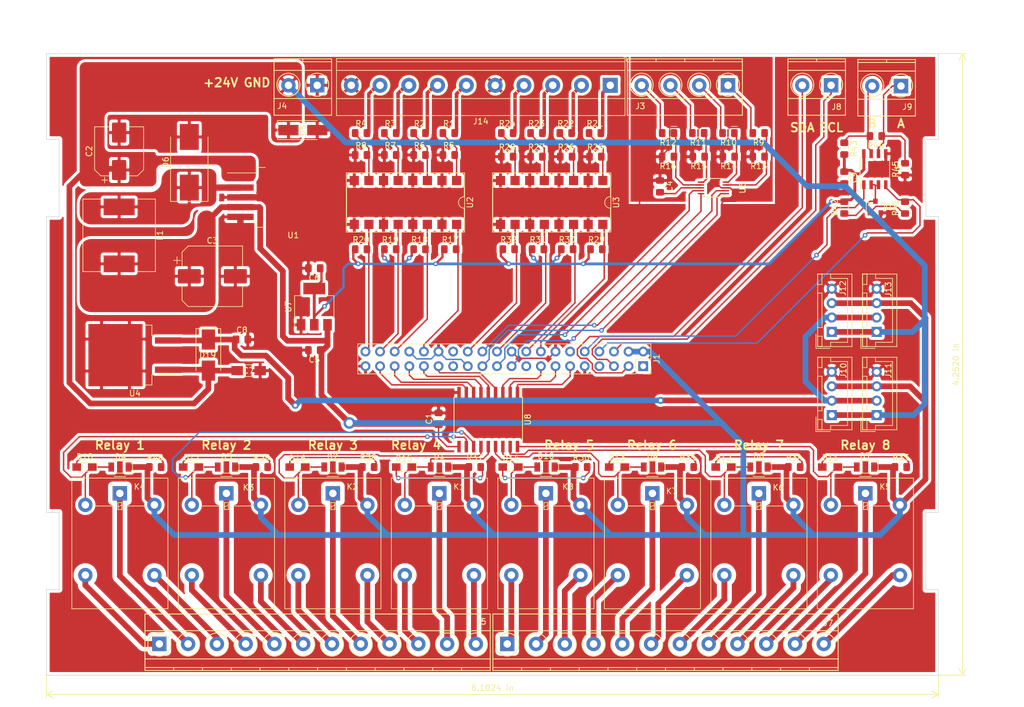
<source format=kicad_pcb>
(kicad_pcb (version 20171130) (host pcbnew 5.1.2)
  (layers (0 F.Cu signal) (31 B.Cu signal) (34 B.Paste user) (35 F.Paste user) (36 B.SilkS user) (37 F.SilkS user) (38 B.Mask user) (39 F.Mask user) (44 Edge.Cuts user))
  (net 0 "")
  (net 1 +5V)
  (net 2 "Net-(C4-Pad2)")
  (net 3 +3V3)
  (net 4 "Net-(D1-Pad2)")
  (net 5 "Net-(D6-Pad1)")
  (net 6 DO_2)
  (net 7 CS0)
  (net 8 DO_3)
  (net 9 "Net-(J3-Pad3)")
  (net 10 "Net-(J3-Pad2)")
  (net 11 "Net-(J3-Pad1)")
  (net 12 "Net-(J3-Pad4)")
  (net 13 "Net-(R1-Pad1)")
  (net 14 "Net-(R2-Pad1)")
  (net 15 "Net-(R3-Pad1)")
  (net 16 "Net-(R4-Pad1)")
  (net 17 "Net-(R13-Pad1)")
  (net 18 "Net-(R11-Pad1)")
  (net 19 "Net-(R12-Pad1)")
  (net 20 DI_1)
  (net 21 DI_0)
  (net 22 SCK)
  (net 23 DO_1)
  (net 24 MISO)
  (net 25 MOSI)
  (net 26 DO_0)
  (net 27 DI_3)
  (net 28 DI_2)
  (net 29 /2)
  (net 30 /1)
  (net 31 /3)
  (net 32 /4)
  (net 33 /5)
  (net 34 /6)
  (net 35 /7)
  (net 36 /8)
  (net 37 /9)
  (net 38 /10)
  (net 39 /11)
  (net 40 /12)
  (net 41 /DIGND)
  (net 42 /14)
  (net 43 /13)
  (net 44 /15)
  (net 45 /16)
  (net 46 /17)
  (net 47 /18)
  (net 48 /19)
  (net 49 /20)
  (net 50 /21)
  (net 51 /22)
  (net 52 /23)
  (net 53 /24)
  (net 54 DI_4)
  (net 55 DO_4)
  (net 56 DO_5)
  (net 57 DO_6)
  (net 58 DO_7)
  (net 59 DI_5)
  (net 60 DI_6)
  (net 61 DI_7)
  (net 62 "Net-(R22-Pad1)")
  (net 63 "Net-(R24-Pad1)")
  (net 64 "Net-(R23-Pad1)")
  (net 65 "Net-(R21-Pad1)")
  (net 66 "Net-(D10-Pad2)")
  (net 67 "Net-(R10-Pad1)")
  (net 68 +24V)
  (net 69 "Net-(D15-Pad2)")
  (net 70 "Net-(D13-Pad2)")
  (net 71 "Net-(D11-Pad2)")
  (net 72 "Net-(D12-Pad2)")
  (net 73 "Net-(D14-Pad2)")
  (net 74 "Net-(D16-Pad2)")
  (net 75 "Net-(D17-Pad2)")
  (net 76 "Net-(D18-Pad2)")
  (net 77 "Net-(D12-Pad1)")
  (net 78 "Net-(D13-Pad1)")
  (net 79 "Net-(D17-Pad1)")
  (net 80 "Net-(D11-Pad1)")
  (net 81 GND)
  (net 82 +12V)
  (net 83 "Net-(D16-Pad1)")
  (net 84 "Net-(D18-Pad1)")
  (net 85 SDA)
  (net 86 SCL)
  (net 87 /TXD)
  (net 88 /RXD)
  (net 89 "Net-(Q1-Pad1)")
  (net 90 "Net-(Q1-Pad3)")
  (net 91 /B)
  (net 92 /A)
  (net 93 "Net-(J1-Pad28)")
  (net 94 "Net-(J1-Pad27)")
  (net 95 "Net-(J1-Pad12)")
  (net 96 "Net-(J1-Pad7)")
  (net 97 "Net-(J14-Pad9)")
  (net 98 "Net-(J14-Pad8)")
  (net 99 "Net-(J14-Pad7)")
  (net 100 "Net-(J14-Pad6)")
  (net 101 "Net-(J14-Pad4)")
  (net 102 "Net-(J14-Pad3)")
  (net 103 "Net-(J14-Pad2)")
  (net 104 "Net-(J14-Pad1)")
  (module TerminalBlock_Phoenix:TerminalBlock_Phoenix_MKDS-1,5-10_1x10_P5.00mm_Horizontal (layer F.Cu) (at 131.18 53.050556 180)
    (fp_text reference J14 (at 22.5 -6.26) (layer F.SilkS))
    (fp_text value Screw_Terminal_01x10)
    (pad 10 thru_hole circle (at 45 0 180) (size 2.6 2.6) (drill 1.3) (layers *.Cu *.Mask) (net 41 /DIGND))
    (pad 9 thru_hole circle (at 40 0 180) (size 2.6 2.6) (drill 1.3) (layers *.Cu *.Mask) (net 97 "Net-(J14-Pad9)"))
    (pad 8 thru_hole circle (at 35 0 180) (size 2.6 2.6) (drill 1.3) (layers *.Cu *.Mask) (net 98 "Net-(J14-Pad8)"))
    (pad 7 thru_hole circle (at 30 0 180) (size 2.6 2.6) (drill 1.3) (layers *.Cu *.Mask) (net 99 "Net-(J14-Pad7)"))
    (pad 6 thru_hole circle (at 25 0 180) (size 2.6 2.6) (drill 1.3) (layers *.Cu *.Mask) (net 100 "Net-(J14-Pad6)"))
    (pad 5 thru_hole circle (at 20 0 180) (size 2.6 2.6) (drill 1.3) (layers *.Cu *.Mask) (net 41 /DIGND))
    (pad 4 thru_hole circle (at 15 0 180) (size 2.6 2.6) (drill 1.3) (layers *.Cu *.Mask) (net 101 "Net-(J14-Pad4)"))
    (pad 3 thru_hole circle (at 10 0 180) (size 2.6 2.6) (drill 1.3) (layers *.Cu *.Mask) (net 102 "Net-(J14-Pad3)"))
    (pad 2 thru_hole circle (at 5 0 180) (size 2.6 2.6) (drill 1.3) (layers *.Cu *.Mask) (net 103 "Net-(J14-Pad2)"))
    (pad 1 thru_hole rect (at 0 0 180) (size 2.6 2.6) (drill 1.3) (layers *.Cu *.Mask) (net 104 "Net-(J14-Pad1)"))
  )
  (module Capacitor_SMD:C_0805_2012Metric_Pad1.15x1.40mm_HandSolder (layer F.Cu) (at 171.85 69.075 270)
    (fp_text reference C9 (at 0 -1.65 90) (layer F.SilkS))
    (fp_text value C)
    (pad 2 smd roundrect (at 1.025 0 270) (size 1.15 1.4) (layers F.Cu F.Paste F.Mask) (roundrect_rratio 0.217391) (net 81 GND))
    (pad 1 smd roundrect (at -1.025 0 270) (size 1.15 1.4) (layers F.Cu F.Paste F.Mask) (roundrect_rratio 0.217391) (net 3 +3V3))
  )
  (module Capacitor_SMD:C_0805_2012Metric_Pad1.15x1.40mm_HandSolder (layer F.Cu) (at 67.175 97.226)
    (fp_text reference C8 (at 0 -1.65) (layer F.SilkS))
    (fp_text value .1uf)
    (pad 2 smd roundrect (at 1.025 0) (size 1.15 1.4) (layers F.Cu F.Paste F.Mask) (roundrect_rratio 0.217391) (net 81 GND))
    (pad 1 smd roundrect (at -1.025 0) (size 1.15 1.4) (layers F.Cu F.Paste F.Mask) (roundrect_rratio 0.217391) (net 82 +12V))
  )
  (module Capacitor_SMD:C_0805_2012Metric_Pad1.15x1.40mm_HandSolder (layer F.Cu) (at 79.756 84.836 180)
    (fp_text reference C6 (at 0 -1.65) (layer F.SilkS))
    (fp_text value C)
    (pad 2 smd roundrect (at 1.025 0 180) (size 1.15 1.4) (layers F.Cu F.Paste F.Mask) (roundrect_rratio 0.217391) (net 81 GND))
    (pad 1 smd roundrect (at -1.025 0 180) (size 1.15 1.4) (layers F.Cu F.Paste F.Mask) (roundrect_rratio 0.217391) (net 3 +3V3))
  )
  (module Capacitor_SMD:C_0805_2012Metric_Pad1.15x1.40mm_HandSolder (layer F.Cu) (at 79.756 99.06 180)
    (fp_text reference C5 (at 0 -1.65) (layer F.SilkS))
    (fp_text value C)
    (pad 2 smd roundrect (at 1.025 0 180) (size 1.15 1.4) (layers F.Cu F.Paste F.Mask) (roundrect_rratio 0.217391) (net 81 GND))
    (pad 1 smd roundrect (at -1.025 0 180) (size 1.15 1.4) (layers F.Cu F.Paste F.Mask) (roundrect_rratio 0.217391) (net 1 +5V))
  )
  (module Capacitor_SMD:C_0805_2012Metric_Pad1.15x1.40mm_HandSolder (layer F.Cu) (at 139.827 70.612 270)
    (fp_text reference C4 (at 0 -1.65 90) (layer F.SilkS))
    (fp_text value 100n)
    (pad 2 smd roundrect (at 1.025 0 270) (size 1.15 1.4) (layers F.Cu F.Paste F.Mask) (roundrect_rratio 0.217391) (net 2 "Net-(C4-Pad2)"))
    (pad 1 smd roundrect (at -1.025 0 270) (size 1.15 1.4) (layers F.Cu F.Paste F.Mask) (roundrect_rratio 0.217391) (net 81 GND))
  )
  (module Capacitor_SMD:CP_Elec_10x10 (layer F.Cu) (at 62.039 86.233)
    (fp_text reference C3 (at 0 -6.2) (layer F.SilkS))
    (fp_text value 1000uf)
    (pad 2 smd roundrect (at 4 0) (size 4 2.5) (layers F.Cu F.Paste F.Mask) (roundrect_rratio 0.1) (net 81 GND))
    (pad 1 smd roundrect (at -4 0) (size 4 2.5) (layers F.Cu F.Paste F.Mask) (roundrect_rratio 0.1) (net 1 +5V))
  )
  (module Capacitor_SMD:CP_Elec_8x10 (layer F.Cu) (at 45.847 64.516 90)
    (fp_text reference C2 (at 0 -5.2 90) (layer F.SilkS))
    (fp_text value 150uf)
    (pad 2 smd roundrect (at 3.25 0 90) (size 3.5 2.5) (layers F.Cu F.Paste F.Mask) (roundrect_rratio 0.1) (net 81 GND))
    (pad 1 smd roundrect (at -3.25 0 90) (size 3.5 2.5) (layers F.Cu F.Paste F.Mask) (roundrect_rratio 0.1) (net 68 +24V))
  )
  (module Capacitor_SMD:C_0805_2012Metric_Pad1.15x1.40mm_HandSolder (layer F.Cu) (at 101.346 110.998 90)
    (fp_text reference C1 (at 0 -1.65 90) (layer F.SilkS))
    (fp_text value 100nf)
    (pad 2 smd roundrect (at 1.025 0 90) (size 1.15 1.4) (layers F.Cu F.Paste F.Mask) (roundrect_rratio 0.217391) (net 81 GND))
    (pad 1 smd roundrect (at -1.025 0 90) (size 1.15 1.4) (layers F.Cu F.Paste F.Mask) (roundrect_rratio 0.217391) (net 1 +5V))
  )
  (module Resistor_SMD:R_0805_2012Metric_Pad1.15x1.40mm_HandSolder (layer F.Cu) (at 182.4 67.625 90)
    (fp_text reference R45 (at 0 -1.65 90) (layer F.SilkS))
    (fp_text value 10k)
    (pad 2 smd roundrect (at 1.025 0 90) (size 1.15 1.4) (layers F.Cu F.Paste F.Mask) (roundrect_rratio 0.217391) (net 92 /A))
    (pad 1 smd roundrect (at -1.025 0 90) (size 1.15 1.4) (layers F.Cu F.Paste F.Mask) (roundrect_rratio 0.217391) (net 81 GND))
  )
  (module Resistor_SMD:R_0805_2012Metric_Pad1.15x1.40mm_HandSolder (layer F.Cu) (at 177.325 61.875 180)
    (fp_text reference R44 (at 0 -1.65) (layer F.SilkS))
    (fp_text value 120R)
    (pad 2 smd roundrect (at 1.025 0 180) (size 1.15 1.4) (layers F.Cu F.Paste F.Mask) (roundrect_rratio 0.217391) (net 91 /B))
    (pad 1 smd roundrect (at -1.025 0 180) (size 1.15 1.4) (layers F.Cu F.Paste F.Mask) (roundrect_rratio 0.217391) (net 92 /A))
  )
  (module Resistor_SMD:R_0805_2012Metric_Pad1.15x1.40mm_HandSolder (layer F.Cu) (at 171.85 64.05 270)
    (fp_text reference R43 (at 0 -1.65 90) (layer F.SilkS))
    (fp_text value 10k)
    (pad 2 smd roundrect (at 1.025 0 270) (size 1.15 1.4) (layers F.Cu F.Paste F.Mask) (roundrect_rratio 0.217391) (net 3 +3V3))
    (pad 1 smd roundrect (at -1.025 0 270) (size 1.15 1.4) (layers F.Cu F.Paste F.Mask) (roundrect_rratio 0.217391) (net 91 /B))
  )
  (module Resistor_SMD:R_0805_2012Metric_Pad1.15x1.40mm_HandSolder (layer F.Cu) (at 171.85 74.3 90)
    (fp_text reference R42 (at 0 -1.65 90) (layer F.SilkS))
    (fp_text value 10k)
    (pad 2 smd roundrect (at 1.025 0 90) (size 1.15 1.4) (layers F.Cu F.Paste F.Mask) (roundrect_rratio 0.217391) (net 3 +3V3))
    (pad 1 smd roundrect (at -1.025 0 90) (size 1.15 1.4) (layers F.Cu F.Paste F.Mask) (roundrect_rratio 0.217391) (net 90 "Net-(Q1-Pad3)"))
  )
  (module Resistor_SMD:R_0805_2012Metric_Pad1.15x1.40mm_HandSolder (layer F.Cu) (at 182.4 74.3 90)
    (fp_text reference R41 (at 0 -1.65 90) (layer F.SilkS))
    (fp_text value 10k)
    (pad 2 smd roundrect (at 1.025 0 90) (size 1.15 1.4) (layers F.Cu F.Paste F.Mask) (roundrect_rratio 0.217391) (net 87 /TXD))
    (pad 1 smd roundrect (at -1.025 0 90) (size 1.15 1.4) (layers F.Cu F.Paste F.Mask) (roundrect_rratio 0.217391) (net 89 "Net-(Q1-Pad1)"))
  )
  (module Resistor_SMD:R_0805_2012Metric_Pad1.15x1.40mm_HandSolder (layer F.Cu) (at 52.124 119.38)
    (fp_text reference R40 (at 0 -1.65) (layer F.SilkS))
    (fp_text value R_US)
    (pad 2 smd roundrect (at 1.025 0) (size 1.15 1.4) (layers F.Cu F.Paste F.Mask) (roundrect_rratio 0.217391) (net 76 "Net-(D18-Pad2)"))
    (pad 1 smd roundrect (at -1.025 0) (size 1.15 1.4) (layers F.Cu F.Paste F.Mask) (roundrect_rratio 0.217391) (net 1 +5V))
  )
  (module Resistor_SMD:R_0805_2012Metric_Pad1.15x1.40mm_HandSolder (layer F.Cu) (at 70.629714 119.38)
    (fp_text reference R39 (at 0 -1.65) (layer F.SilkS))
    (fp_text value R_US)
    (pad 2 smd roundrect (at 1.025 0) (size 1.15 1.4) (layers F.Cu F.Paste F.Mask) (roundrect_rratio 0.217391) (net 75 "Net-(D17-Pad2)"))
    (pad 1 smd roundrect (at -1.025 0) (size 1.15 1.4) (layers F.Cu F.Paste F.Mask) (roundrect_rratio 0.217391) (net 1 +5V))
  )
  (module Resistor_SMD:R_0805_2012Metric_Pad1.15x1.40mm_HandSolder (layer F.Cu) (at 89.135428 119.38)
    (fp_text reference R38 (at 0 -1.65) (layer F.SilkS))
    (fp_text value R_US)
    (pad 2 smd roundrect (at 1.025 0) (size 1.15 1.4) (layers F.Cu F.Paste F.Mask) (roundrect_rratio 0.217391) (net 74 "Net-(D16-Pad2)"))
    (pad 1 smd roundrect (at -1.025 0) (size 1.15 1.4) (layers F.Cu F.Paste F.Mask) (roundrect_rratio 0.217391) (net 1 +5V))
  )
  (module Resistor_SMD:R_0805_2012Metric_Pad1.15x1.40mm_HandSolder (layer F.Cu) (at 107.641142 119.38)
    (fp_text reference R37 (at 0 -1.65) (layer F.SilkS))
    (fp_text value R_US)
    (pad 2 smd roundrect (at 1.025 0) (size 1.15 1.4) (layers F.Cu F.Paste F.Mask) (roundrect_rratio 0.217391) (net 69 "Net-(D15-Pad2)"))
    (pad 1 smd roundrect (at -1.025 0) (size 1.15 1.4) (layers F.Cu F.Paste F.Mask) (roundrect_rratio 0.217391) (net 1 +5V))
  )
  (module Resistor_SMD:R_0805_2012Metric_Pad1.15x1.40mm_HandSolder (layer F.Cu) (at 126.146856 119.38)
    (fp_text reference R36 (at 0 -1.65) (layer F.SilkS))
    (fp_text value R_US)
    (pad 2 smd roundrect (at 1.025 0) (size 1.15 1.4) (layers F.Cu F.Paste F.Mask) (roundrect_rratio 0.217391) (net 73 "Net-(D14-Pad2)"))
    (pad 1 smd roundrect (at -1.025 0) (size 1.15 1.4) (layers F.Cu F.Paste F.Mask) (roundrect_rratio 0.217391) (net 1 +5V))
  )
  (module Resistor_SMD:R_0805_2012Metric_Pad1.15x1.40mm_HandSolder (layer F.Cu) (at 144.65257 119.38)
    (fp_text reference R35 (at 0 -1.65) (layer F.SilkS))
    (fp_text value R_US)
    (pad 2 smd roundrect (at 1.025 0) (size 1.15 1.4) (layers F.Cu F.Paste F.Mask) (roundrect_rratio 0.217391) (net 70 "Net-(D13-Pad2)"))
    (pad 1 smd roundrect (at -1.025 0) (size 1.15 1.4) (layers F.Cu F.Paste F.Mask) (roundrect_rratio 0.217391) (net 1 +5V))
  )
  (module Resistor_SMD:R_0805_2012Metric_Pad1.15x1.40mm_HandSolder (layer F.Cu) (at 163.158284 119.38)
    (fp_text reference R34 (at 0 -1.65) (layer F.SilkS))
    (fp_text value R_US)
    (pad 2 smd roundrect (at 1.025 0) (size 1.15 1.4) (layers F.Cu F.Paste F.Mask) (roundrect_rratio 0.217391) (net 72 "Net-(D12-Pad2)"))
    (pad 1 smd roundrect (at -1.025 0) (size 1.15 1.4) (layers F.Cu F.Paste F.Mask) (roundrect_rratio 0.217391) (net 1 +5V))
  )
  (module Resistor_SMD:R_0805_2012Metric_Pad1.15x1.40mm_HandSolder (layer F.Cu) (at 181.664 119.38)
    (fp_text reference R33 (at 0 -1.65) (layer F.SilkS))
    (fp_text value R_US)
    (pad 2 smd roundrect (at 1.025 0) (size 1.15 1.4) (layers F.Cu F.Paste F.Mask) (roundrect_rratio 0.217391) (net 71 "Net-(D11-Pad2)"))
    (pad 1 smd roundrect (at -1.025 0) (size 1.15 1.4) (layers F.Cu F.Paste F.Mask) (roundrect_rratio 0.217391) (net 1 +5V))
  )
  (module Resistor_SMD:R_0805_2012Metric_Pad1.15x1.40mm_HandSolder (layer F.Cu) (at 113.538 81.534)
    (fp_text reference R32 (at 0 -1.65) (layer F.SilkS))
    (fp_text value R)
    (pad 2 smd roundrect (at 1.025 0) (size 1.15 1.4) (layers F.Cu F.Paste F.Mask) (roundrect_rratio 0.217391) (net 54 DI_4))
    (pad 1 smd roundrect (at -1.025 0) (size 1.15 1.4) (layers F.Cu F.Paste F.Mask) (roundrect_rratio 0.217391) (net 3 +3V3))
  )
  (module Resistor_SMD:R_0805_2012Metric_Pad1.15x1.40mm_HandSolder (layer F.Cu) (at 118.618 81.534)
    (fp_text reference R31 (at 0 -1.65) (layer F.SilkS))
    (fp_text value R)
    (pad 2 smd roundrect (at 1.025 0) (size 1.15 1.4) (layers F.Cu F.Paste F.Mask) (roundrect_rratio 0.217391) (net 59 DI_5))
    (pad 1 smd roundrect (at -1.025 0) (size 1.15 1.4) (layers F.Cu F.Paste F.Mask) (roundrect_rratio 0.217391) (net 3 +3V3))
  )
  (module Resistor_SMD:R_0805_2012Metric_Pad1.15x1.40mm_HandSolder (layer F.Cu) (at 123.698 81.534)
    (fp_text reference R30 (at 0 -1.65) (layer F.SilkS))
    (fp_text value R)
    (pad 2 smd roundrect (at 1.025 0) (size 1.15 1.4) (layers F.Cu F.Paste F.Mask) (roundrect_rratio 0.217391) (net 60 DI_6))
    (pad 1 smd roundrect (at -1.025 0) (size 1.15 1.4) (layers F.Cu F.Paste F.Mask) (roundrect_rratio 0.217391) (net 3 +3V3))
  )
  (module Resistor_SMD:R_0805_2012Metric_Pad1.15x1.40mm_HandSolder (layer F.Cu) (at 128.778 81.534)
    (fp_text reference R29 (at 0 -1.65) (layer F.SilkS))
    (fp_text value R)
    (pad 2 smd roundrect (at 1.025 0) (size 1.15 1.4) (layers F.Cu F.Paste F.Mask) (roundrect_rratio 0.217391) (net 61 DI_7))
    (pad 1 smd roundrect (at -1.025 0) (size 1.15 1.4) (layers F.Cu F.Paste F.Mask) (roundrect_rratio 0.217391) (net 3 +3V3))
  )
  (module Resistor_SMD:R_0805_2012Metric_Pad1.15x1.40mm_HandSolder (layer F.Cu) (at 113.284 65.449185)
    (fp_text reference R28 (at 0 -1.65) (layer F.SilkS))
    (fp_text value 10k)
    (pad 2 smd roundrect (at 1.025 0) (size 1.15 1.4) (layers F.Cu F.Paste F.Mask) (roundrect_rratio 0.217391) (net 63 "Net-(R24-Pad1)"))
    (pad 1 smd roundrect (at -1.025 0) (size 1.15 1.4) (layers F.Cu F.Paste F.Mask) (roundrect_rratio 0.217391) (net 41 /DIGND))
  )
  (module Resistor_SMD:R_0805_2012Metric_Pad1.15x1.40mm_HandSolder (layer F.Cu) (at 118.364 65.449185)
    (fp_text reference R27 (at 0 -1.65) (layer F.SilkS))
    (fp_text value 10k)
    (pad 2 smd roundrect (at 1.025 0) (size 1.15 1.4) (layers F.Cu F.Paste F.Mask) (roundrect_rratio 0.217391) (net 64 "Net-(R23-Pad1)"))
    (pad 1 smd roundrect (at -1.025 0) (size 1.15 1.4) (layers F.Cu F.Paste F.Mask) (roundrect_rratio 0.217391) (net 41 /DIGND))
  )
  (module Resistor_SMD:R_0805_2012Metric_Pad1.15x1.40mm_HandSolder (layer F.Cu) (at 123.524 65.449185)
    (fp_text reference R26 (at 0 -1.65) (layer F.SilkS))
    (fp_text value 10k)
    (pad 2 smd roundrect (at 1.025 0) (size 1.15 1.4) (layers F.Cu F.Paste F.Mask) (roundrect_rratio 0.217391) (net 62 "Net-(R22-Pad1)"))
    (pad 1 smd roundrect (at -1.025 0) (size 1.15 1.4) (layers F.Cu F.Paste F.Mask) (roundrect_rratio 0.217391) (net 41 /DIGND))
  )
  (module Resistor_SMD:R_0805_2012Metric_Pad1.15x1.40mm_HandSolder (layer F.Cu) (at 128.604 65.449185)
    (fp_text reference R25 (at 0 -1.65) (layer F.SilkS))
    (fp_text value 10k)
    (pad 2 smd roundrect (at 1.025 0) (size 1.15 1.4) (layers F.Cu F.Paste F.Mask) (roundrect_rratio 0.217391) (net 65 "Net-(R21-Pad1)"))
    (pad 1 smd roundrect (at -1.025 0) (size 1.15 1.4) (layers F.Cu F.Paste F.Mask) (roundrect_rratio 0.217391) (net 41 /DIGND))
  )
  (module Resistor_SMD:R_0805_2012Metric_Pad1.15x1.40mm_HandSolder (layer F.Cu) (at 113.284 61.34737)
    (fp_text reference R24 (at 0 -1.65) (layer F.SilkS))
    (fp_text value 10k)
    (pad 2 smd roundrect (at 1.025 0) (size 1.15 1.4) (layers F.Cu F.Paste F.Mask) (roundrect_rratio 0.217391) (net 101 "Net-(J14-Pad4)"))
    (pad 1 smd roundrect (at -1.025 0) (size 1.15 1.4) (layers F.Cu F.Paste F.Mask) (roundrect_rratio 0.217391) (net 63 "Net-(R24-Pad1)"))
  )
  (module Resistor_SMD:R_0805_2012Metric_Pad1.15x1.40mm_HandSolder (layer F.Cu) (at 118.364 61.34737)
    (fp_text reference R23 (at 0 -1.65) (layer F.SilkS))
    (fp_text value 10k)
    (pad 2 smd roundrect (at 1.025 0) (size 1.15 1.4) (layers F.Cu F.Paste F.Mask) (roundrect_rratio 0.217391) (net 102 "Net-(J14-Pad3)"))
    (pad 1 smd roundrect (at -1.025 0) (size 1.15 1.4) (layers F.Cu F.Paste F.Mask) (roundrect_rratio 0.217391) (net 64 "Net-(R23-Pad1)"))
  )
  (module Resistor_SMD:R_0805_2012Metric_Pad1.15x1.40mm_HandSolder (layer F.Cu) (at 123.444 61.34737)
    (fp_text reference R22 (at 0 -1.65) (layer F.SilkS))
    (fp_text value 10k)
    (pad 2 smd roundrect (at 1.025 0) (size 1.15 1.4) (layers F.Cu F.Paste F.Mask) (roundrect_rratio 0.217391) (net 103 "Net-(J14-Pad2)"))
    (pad 1 smd roundrect (at -1.025 0) (size 1.15 1.4) (layers F.Cu F.Paste F.Mask) (roundrect_rratio 0.217391) (net 62 "Net-(R22-Pad1)"))
  )
  (module Resistor_SMD:R_0805_2012Metric_Pad1.15x1.40mm_HandSolder (layer F.Cu) (at 128.524 61.34737)
    (fp_text reference R21 (at 0 -1.65) (layer F.SilkS))
    (fp_text value 10k)
    (pad 2 smd roundrect (at 1.025 0) (size 1.15 1.4) (layers F.Cu F.Paste F.Mask) (roundrect_rratio 0.217391) (net 104 "Net-(J14-Pad1)"))
    (pad 1 smd roundrect (at -1.025 0) (size 1.15 1.4) (layers F.Cu F.Paste F.Mask) (roundrect_rratio 0.217391) (net 65 "Net-(R21-Pad1)"))
  )
  (module Resistor_SMD:R_0805_2012Metric_Pad1.15x1.40mm_HandSolder (layer F.Cu) (at 87.884 81.534)
    (fp_text reference R20 (at 0 -1.65) (layer F.SilkS))
    (fp_text value R)
    (pad 2 smd roundrect (at 1.025 0) (size 1.15 1.4) (layers F.Cu F.Paste F.Mask) (roundrect_rratio 0.217391) (net 21 DI_0))
    (pad 1 smd roundrect (at -1.025 0) (size 1.15 1.4) (layers F.Cu F.Paste F.Mask) (roundrect_rratio 0.217391) (net 3 +3V3))
  )
  (module Resistor_SMD:R_0805_2012Metric_Pad1.15x1.40mm_HandSolder (layer F.Cu) (at 92.964 81.534)
    (fp_text reference R19 (at 0 -1.65) (layer F.SilkS))
    (fp_text value R)
    (pad 2 smd roundrect (at 1.025 0) (size 1.15 1.4) (layers F.Cu F.Paste F.Mask) (roundrect_rratio 0.217391) (net 20 DI_1))
    (pad 1 smd roundrect (at -1.025 0) (size 1.15 1.4) (layers F.Cu F.Paste F.Mask) (roundrect_rratio 0.217391) (net 3 +3V3))
  )
  (module Resistor_SMD:R_0805_2012Metric_Pad1.15x1.40mm_HandSolder (layer F.Cu) (at 98.044 81.534)
    (fp_text reference R18 (at 0 -1.65) (layer F.SilkS))
    (fp_text value R)
    (pad 2 smd roundrect (at 1.025 0) (size 1.15 1.4) (layers F.Cu F.Paste F.Mask) (roundrect_rratio 0.217391) (net 28 DI_2))
    (pad 1 smd roundrect (at -1.025 0) (size 1.15 1.4) (layers F.Cu F.Paste F.Mask) (roundrect_rratio 0.217391) (net 3 +3V3))
  )
  (module Resistor_SMD:R_0805_2012Metric_Pad1.15x1.40mm_HandSolder (layer F.Cu) (at 103.378 81.534)
    (fp_text reference R17 (at 0 -1.65) (layer F.SilkS))
    (fp_text value R)
    (pad 2 smd roundrect (at 1.025 0) (size 1.15 1.4) (layers F.Cu F.Paste F.Mask) (roundrect_rratio 0.217391) (net 27 DI_3))
    (pad 1 smd roundrect (at -1.025 0) (size 1.15 1.4) (layers F.Cu F.Paste F.Mask) (roundrect_rratio 0.217391) (net 3 +3V3))
  )
  (module Resistor_SMD:R_0805_2012Metric_Pad1.15x1.40mm_HandSolder (layer F.Cu) (at 141.224 65.449185 180)
    (fp_text reference R16 (at 0 -1.65) (layer F.SilkS))
    (fp_text value 5k)
    (pad 2 smd roundrect (at 1.025 0 180) (size 1.15 1.4) (layers F.Cu F.Paste F.Mask) (roundrect_rratio 0.217391) (net 81 GND))
    (pad 1 smd roundrect (at -1.025 0 180) (size 1.15 1.4) (layers F.Cu F.Paste F.Mask) (roundrect_rratio 0.217391) (net 19 "Net-(R12-Pad1)"))
  )
  (module Resistor_SMD:R_0805_2012Metric_Pad1.15x1.40mm_HandSolder (layer F.Cu) (at 146.558 65.449185 180)
    (fp_text reference R15 (at 0 -1.65) (layer F.SilkS))
    (fp_text value 5k)
    (pad 2 smd roundrect (at 1.025 0 180) (size 1.15 1.4) (layers F.Cu F.Paste F.Mask) (roundrect_rratio 0.217391) (net 81 GND))
    (pad 1 smd roundrect (at -1.025 0 180) (size 1.15 1.4) (layers F.Cu F.Paste F.Mask) (roundrect_rratio 0.217391) (net 18 "Net-(R11-Pad1)"))
  )
  (module Resistor_SMD:R_0805_2012Metric_Pad1.15x1.40mm_HandSolder (layer F.Cu) (at 151.765 65.449185 180)
    (fp_text reference R14 (at 0 -1.65) (layer F.SilkS))
    (fp_text value 5k)
    (pad 2 smd roundrect (at 1.025 0 180) (size 1.15 1.4) (layers F.Cu F.Paste F.Mask) (roundrect_rratio 0.217391) (net 81 GND))
    (pad 1 smd roundrect (at -1.025 0 180) (size 1.15 1.4) (layers F.Cu F.Paste F.Mask) (roundrect_rratio 0.217391) (net 67 "Net-(R10-Pad1)"))
  )
  (module Resistor_SMD:R_0805_2012Metric_Pad1.15x1.40mm_HandSolder (layer F.Cu) (at 156.972 65.449185 180)
    (fp_text reference R13 (at 0 -1.65) (layer F.SilkS))
    (fp_text value 5k)
    (pad 2 smd roundrect (at 1.025 0 180) (size 1.15 1.4) (layers F.Cu F.Paste F.Mask) (roundrect_rratio 0.217391) (net 81 GND))
    (pad 1 smd roundrect (at -1.025 0 180) (size 1.15 1.4) (layers F.Cu F.Paste F.Mask) (roundrect_rratio 0.217391) (net 17 "Net-(R13-Pad1)"))
  )
  (module Resistor_SMD:R_0805_2012Metric_Pad1.15x1.40mm_HandSolder (layer F.Cu) (at 141.224 61.34737 180)
    (fp_text reference R12 (at 0 -1.65) (layer F.SilkS))
    (fp_text value 10k)
    (pad 2 smd roundrect (at 1.025 0 180) (size 1.15 1.4) (layers F.Cu F.Paste F.Mask) (roundrect_rratio 0.217391) (net 12 "Net-(J3-Pad4)"))
    (pad 1 smd roundrect (at -1.025 0 180) (size 1.15 1.4) (layers F.Cu F.Paste F.Mask) (roundrect_rratio 0.217391) (net 19 "Net-(R12-Pad1)"))
  )
  (module Resistor_SMD:R_0805_2012Metric_Pad1.15x1.40mm_HandSolder (layer F.Cu) (at 146.473333 61.34737 180)
    (fp_text reference R11 (at 0 -1.65) (layer F.SilkS))
    (fp_text value 10k)
    (pad 2 smd roundrect (at 1.025 0 180) (size 1.15 1.4) (layers F.Cu F.Paste F.Mask) (roundrect_rratio 0.217391) (net 9 "Net-(J3-Pad3)"))
    (pad 1 smd roundrect (at -1.025 0 180) (size 1.15 1.4) (layers F.Cu F.Paste F.Mask) (roundrect_rratio 0.217391) (net 18 "Net-(R11-Pad1)"))
  )
  (module Resistor_SMD:R_0805_2012Metric_Pad1.15x1.40mm_HandSolder (layer F.Cu) (at 151.722666 61.34737 180)
    (fp_text reference R10 (at 0 -1.65) (layer F.SilkS))
    (fp_text value 10k)
    (pad 2 smd roundrect (at 1.025 0 180) (size 1.15 1.4) (layers F.Cu F.Paste F.Mask) (roundrect_rratio 0.217391) (net 10 "Net-(J3-Pad2)"))
    (pad 1 smd roundrect (at -1.025 0 180) (size 1.15 1.4) (layers F.Cu F.Paste F.Mask) (roundrect_rratio 0.217391) (net 67 "Net-(R10-Pad1)"))
  )
  (module Resistor_SMD:R_0805_2012Metric_Pad1.15x1.40mm_HandSolder (layer F.Cu) (at 156.972 61.34737 180)
    (fp_text reference R9 (at 0 -1.65) (layer F.SilkS))
    (fp_text value 10k)
    (pad 2 smd roundrect (at 1.025 0 180) (size 1.15 1.4) (layers F.Cu F.Paste F.Mask) (roundrect_rratio 0.217391) (net 11 "Net-(J3-Pad1)"))
    (pad 1 smd roundrect (at -1.025 0 180) (size 1.15 1.4) (layers F.Cu F.Paste F.Mask) (roundrect_rratio 0.217391) (net 17 "Net-(R13-Pad1)"))
  )
  (module Resistor_SMD:R_0805_2012Metric_Pad1.15x1.40mm_HandSolder (layer F.Cu) (at 87.884 65.159184)
    (fp_text reference R8 (at 0 -1.65) (layer F.SilkS))
    (fp_text value 10k)
    (pad 2 smd roundrect (at 1.025 0) (size 1.15 1.4) (layers F.Cu F.Paste F.Mask) (roundrect_rratio 0.217391) (net 16 "Net-(R4-Pad1)"))
    (pad 1 smd roundrect (at -1.025 0) (size 1.15 1.4) (layers F.Cu F.Paste F.Mask) (roundrect_rratio 0.217391) (net 41 /DIGND))
  )
  (module Resistor_SMD:R_0805_2012Metric_Pad1.15x1.40mm_HandSolder (layer F.Cu) (at 92.964 65.159184)
    (fp_text reference R7 (at 0 -1.65) (layer F.SilkS))
    (fp_text value 10k)
    (pad 2 smd roundrect (at 1.025 0) (size 1.15 1.4) (layers F.Cu F.Paste F.Mask) (roundrect_rratio 0.217391) (net 15 "Net-(R3-Pad1)"))
    (pad 1 smd roundrect (at -1.025 0) (size 1.15 1.4) (layers F.Cu F.Paste F.Mask) (roundrect_rratio 0.217391) (net 41 /DIGND))
  )
  (module Resistor_SMD:R_0805_2012Metric_Pad1.15x1.40mm_HandSolder (layer F.Cu) (at 98.044 65.159184)
    (fp_text reference R6 (at 0 -1.65) (layer F.SilkS))
    (fp_text value 10k)
    (pad 2 smd roundrect (at 1.025 0) (size 1.15 1.4) (layers F.Cu F.Paste F.Mask) (roundrect_rratio 0.217391) (net 14 "Net-(R2-Pad1)"))
    (pad 1 smd roundrect (at -1.025 0) (size 1.15 1.4) (layers F.Cu F.Paste F.Mask) (roundrect_rratio 0.217391) (net 41 /DIGND))
  )
  (module Resistor_SMD:R_0805_2012Metric_Pad1.15x1.40mm_HandSolder (layer F.Cu) (at 103.124 65.159184)
    (fp_text reference R5 (at 0 -1.65) (layer F.SilkS))
    (fp_text value 10k)
    (pad 2 smd roundrect (at 1.025 0) (size 1.15 1.4) (layers F.Cu F.Paste F.Mask) (roundrect_rratio 0.217391) (net 13 "Net-(R1-Pad1)"))
    (pad 1 smd roundrect (at -1.025 0) (size 1.15 1.4) (layers F.Cu F.Paste F.Mask) (roundrect_rratio 0.217391) (net 41 /DIGND))
  )
  (module Resistor_SMD:R_0805_2012Metric_Pad1.15x1.40mm_HandSolder (layer F.Cu) (at 87.884 61.34737)
    (fp_text reference R4 (at 0 -1.65) (layer F.SilkS))
    (fp_text value 10k)
    (pad 2 smd roundrect (at 1.025 0) (size 1.15 1.4) (layers F.Cu F.Paste F.Mask) (roundrect_rratio 0.217391) (net 97 "Net-(J14-Pad9)"))
    (pad 1 smd roundrect (at -1.025 0) (size 1.15 1.4) (layers F.Cu F.Paste F.Mask) (roundrect_rratio 0.217391) (net 16 "Net-(R4-Pad1)"))
  )
  (module Resistor_SMD:R_0805_2012Metric_Pad1.15x1.40mm_HandSolder (layer F.Cu) (at 92.964 61.34737)
    (fp_text reference R3 (at 0 -1.65) (layer F.SilkS))
    (fp_text value 10k)
    (pad 2 smd roundrect (at 1.025 0) (size 1.15 1.4) (layers F.Cu F.Paste F.Mask) (roundrect_rratio 0.217391) (net 98 "Net-(J14-Pad8)"))
    (pad 1 smd roundrect (at -1.025 0) (size 1.15 1.4) (layers F.Cu F.Paste F.Mask) (roundrect_rratio 0.217391) (net 15 "Net-(R3-Pad1)"))
  )
  (module Resistor_SMD:R_0805_2012Metric_Pad1.15x1.40mm_HandSolder (layer F.Cu) (at 98.044 61.34737)
    (fp_text reference R2 (at 0 -1.65) (layer F.SilkS))
    (fp_text value 10k)
    (pad 2 smd roundrect (at 1.025 0) (size 1.15 1.4) (layers F.Cu F.Paste F.Mask) (roundrect_rratio 0.217391) (net 99 "Net-(J14-Pad7)"))
    (pad 1 smd roundrect (at -1.025 0) (size 1.15 1.4) (layers F.Cu F.Paste F.Mask) (roundrect_rratio 0.217391) (net 14 "Net-(R2-Pad1)"))
  )
  (module Resistor_SMD:R_0805_2012Metric_Pad1.15x1.40mm_HandSolder (layer F.Cu) (at 103.124 61.34737)
    (fp_text reference R1 (at 0 -1.65) (layer F.SilkS))
    (fp_text value 10k)
    (pad 2 smd roundrect (at 1.025 0) (size 1.15 1.4) (layers F.Cu F.Paste F.Mask) (roundrect_rratio 0.217391) (net 100 "Net-(J14-Pad6)"))
    (pad 1 smd roundrect (at -1.025 0) (size 1.15 1.4) (layers F.Cu F.Paste F.Mask) (roundrect_rratio 0.217391) (net 13 "Net-(R1-Pad1)"))
  )
  (module Diodes_SMD:D_SMB_Handsoldering (layer F.Cu) (at 61.35 99.926 270)
    (fp_text reference D19 (at 0 0.127) (layer F.SilkS))
    (fp_text value S1BB)
    (pad 2 smd rect (at 2.7 0 270) (size 3.5 2.3) (layers F.Cu F.Paste F.Mask) (net 68 +24V))
    (pad 1 smd rect (at -2.7 0 270) (size 3.5 2.3) (layers F.Cu F.Paste F.Mask) (net 82 +12V))
  )
  (module TerminalBlocks_Phoenix:TerminalBlock_Phoenix_MKDS1.5-2pol (layer F.Cu) (at 181.7 53.175 180)
    (fp_text reference J9 (at -1.1 -3.625) (layer F.SilkS))
    (fp_text value Screw_Terminal_01x02)
    (pad 1 thru_hole rect (at 0 0 180) (size 2.5 2.5) (drill 1.3) (layers *.Cu *.Mask) (net 92 /A))
    (pad 2 thru_hole circle (at 5 0 180) (size 2.5 2.5) (drill 1.3) (layers *.Cu *.Mask) (net 91 /B))
  )
  (module Housings_SOIC:SOIC-8_3.9x4.9mm_Pitch1.27mm (layer F.Cu) (at 177.15 67.625 90)
    (fp_text reference U5 (at -0.025 4.15 90) (layer F.SilkS))
    (fp_text value MAX481E)
    (pad 8 smd rect (at 2.7 -1.905 90) (size 1.55 0.6) (layers F.Cu F.Paste F.Mask) (net 3 +3V3))
    (pad 7 smd rect (at 2.7 -0.635 90) (size 1.55 0.6) (layers F.Cu F.Paste F.Mask) (net 91 /B))
    (pad 6 smd rect (at 2.7 0.635 90) (size 1.55 0.6) (layers F.Cu F.Paste F.Mask) (net 92 /A))
    (pad 5 smd rect (at 2.7 1.905 90) (size 1.55 0.6) (layers F.Cu F.Paste F.Mask) (net 81 GND))
    (pad 4 smd rect (at -2.7 1.905 90) (size 1.55 0.6) (layers F.Cu F.Paste F.Mask) (net 87 /TXD))
    (pad 3 smd rect (at -2.7 0.635 90) (size 1.55 0.6) (layers F.Cu F.Paste F.Mask) (net 90 "Net-(Q1-Pad3)"))
    (pad 2 smd rect (at -2.7 -0.635 90) (size 1.55 0.6) (layers F.Cu F.Paste F.Mask) (net 90 "Net-(Q1-Pad3)"))
    (pad 1 smd rect (at -2.7 -1.905 90) (size 1.55 0.6) (layers F.Cu F.Paste F.Mask) (net 88 /RXD))
  )
  (module TO_SOT_Packages_SMD:SOT-23 (layer F.Cu) (at 177.25 74.2 90)
    (fp_text reference Q1 (at 0.025 2.75 180) (layer F.SilkS))
    (fp_text value BSS123)
    (pad 3 smd rect (at 1 0 90) (size 0.9 0.8) (layers F.Cu F.Paste F.Mask) (net 90 "Net-(Q1-Pad3)"))
    (pad 2 smd rect (at -1 0.95 90) (size 0.9 0.8) (layers F.Cu F.Paste F.Mask) (net 81 GND))
    (pad 1 smd rect (at -1 -0.95 90) (size 0.9 0.8) (layers F.Cu F.Paste F.Mask) (net 89 "Net-(Q1-Pad1)"))
  )
  (module TerminalBlocks_Phoenix:TerminalBlock_Phoenix_MKDS1.5-2pol (layer F.Cu) (at 169.55 53.05 180)
    (fp_text reference J8 (at -0.95 -3.75) (layer F.SilkS))
    (fp_text value Screw_Terminal_01x02)
    (pad 1 thru_hole rect (at 0 0 180) (size 2.5 2.5) (drill 1.3) (layers *.Cu *.Mask) (net 86 SCL))
    (pad 2 thru_hole circle (at 5 0 180) (size 2.5 2.5) (drill 1.3) (layers *.Cu *.Mask) (net 85 SDA))
  )
  (module Housings_SOIC:SOIC-18W_7.5x11.6mm_Pitch1.27mm (layer F.Cu) (at 109.982 111.125 270)
    (fp_text reference U8 (at 0 -6.875 270) (layer F.SilkS))
    (fp_text value ULN2803A)
    (pad 1 smd rect (at -4.7 -5.08 270) (size 2 0.6) (layers F.Cu F.Paste F.Mask) (net 58 DO_7))
    (pad 2 smd rect (at -4.7 -3.81 270) (size 2 0.6) (layers F.Cu F.Paste F.Mask) (net 57 DO_6))
    (pad 3 smd rect (at -4.7 -2.54 270) (size 2 0.6) (layers F.Cu F.Paste F.Mask) (net 56 DO_5))
    (pad 4 smd rect (at -4.7 -1.27 270) (size 2 0.6) (layers F.Cu F.Paste F.Mask) (net 55 DO_4))
    (pad 5 smd rect (at -4.7 0 270) (size 2 0.6) (layers F.Cu F.Paste F.Mask) (net 8 DO_3))
    (pad 6 smd rect (at -4.7 1.27 270) (size 2 0.6) (layers F.Cu F.Paste F.Mask) (net 6 DO_2))
    (pad 7 smd rect (at -4.7 2.54 270) (size 2 0.6) (layers F.Cu F.Paste F.Mask) (net 23 DO_1))
    (pad 8 smd rect (at -4.7 3.81 270) (size 2 0.6) (layers F.Cu F.Paste F.Mask) (net 26 DO_0))
    (pad 9 smd rect (at -4.7 5.08 270) (size 2 0.6) (layers F.Cu F.Paste F.Mask) (net 81 GND))
    (pad 10 smd rect (at 4.7 5.08 270) (size 2 0.6) (layers F.Cu F.Paste F.Mask) (net 1 +5V))
    (pad 11 smd rect (at 4.7 3.81 270) (size 2 0.6) (layers F.Cu F.Paste F.Mask) (net 84 "Net-(D18-Pad1)"))
    (pad 12 smd rect (at 4.7 2.54 270) (size 2 0.6) (layers F.Cu F.Paste F.Mask) (net 79 "Net-(D17-Pad1)"))
    (pad 13 smd rect (at 4.7 1.27 270) (size 2 0.6) (layers F.Cu F.Paste F.Mask) (net 83 "Net-(D16-Pad1)"))
    (pad 14 smd rect (at 4.7 0 270) (size 2 0.6) (layers F.Cu F.Paste F.Mask) (net 4 "Net-(D1-Pad2)"))
    (pad 15 smd rect (at 4.7 -1.27 270) (size 2 0.6) (layers F.Cu F.Paste F.Mask) (net 66 "Net-(D10-Pad2)"))
    (pad 16 smd rect (at 4.7 -2.54 270) (size 2 0.6) (layers F.Cu F.Paste F.Mask) (net 78 "Net-(D13-Pad1)"))
    (pad 17 smd rect (at 4.7 -3.81 270) (size 2 0.6) (layers F.Cu F.Paste F.Mask) (net 77 "Net-(D12-Pad1)"))
    (pad 18 smd rect (at 4.7 -5.08 270) (size 2 0.6) (layers F.Cu F.Paste F.Mask) (net 80 "Net-(D11-Pad1)"))
  )
  (module Relays_THT:Relay_SPDT_OMRON-G5LE-1 (layer F.Cu) (at 157.008284 123.952)
    (fp_text reference K6 (at 3.392716 -1.016) (layer F.SilkS))
    (fp_text value G5LE-1)
    (pad 1 thru_hole rect (at 0 0) (size 2.5 2.5) (drill 1.3) (layers *.Cu *.Mask) (net 46 /17))
    (pad 2 thru_hole oval (at -6 2) (size 2.5 2.5) (drill 1.3) (layers *.Cu *.Mask) (net 77 "Net-(D12-Pad1)"))
    (pad 3 thru_hole oval (at -6 14.2) (size 2.5 2.5) (drill 1.3) (layers *.Cu *.Mask) (net 45 /16))
    (pad 4 thru_hole oval (at 6 14.2) (size 2.5 2.5) (drill 1.3) (layers *.Cu *.Mask) (net 47 /18))
    (pad 5 thru_hole oval (at 6 2) (size 2.5 2.5) (drill 1.3) (layers *.Cu *.Mask) (net 1 +5V))
  )
  (module Diodes_SMD:D_1206 (layer F.Cu) (at 101.491142 119.38 180)
    (fp_text reference D1 (at 0.018142 1.905 180) (layer F.SilkS))
    (fp_text value D_Zener)
    (pad 1 smd rect (at -1.5 0 180) (size 1 1.6) (layers F.Cu F.Paste F.Mask) (net 1 +5V))
    (pad 2 smd rect (at 1.5 0 180) (size 1 1.6) (layers F.Cu F.Paste F.Mask) (net 4 "Net-(D1-Pad2)"))
  )
  (module LEDs:LED_0805_HandSoldering (layer F.Cu) (at 95.341142 119.38 180)
    (fp_text reference D15 (at 0 1.524 180) (layer F.SilkS))
    (fp_text value LED)
    (pad 1 smd rect (at -1.35 0 180) (size 1.5 1.3) (layers F.Cu F.Paste F.Mask) (net 4 "Net-(D1-Pad2)"))
    (pad 2 smd rect (at 1.35 0 180) (size 1.5 1.3) (layers F.Cu F.Paste F.Mask) (net 69 "Net-(D15-Pad2)"))
  )
  (module Relays_THT:Relay_SPDT_OMRON-G5LE-1 (layer F.Cu) (at 101.491142 123.952)
    (fp_text reference K1 (at 3.410858 -1.143) (layer F.SilkS))
    (fp_text value G5LE-1)
    (pad 1 thru_hole rect (at 0 0) (size 2.5 2.5) (drill 1.3) (layers *.Cu *.Mask) (net 29 /2))
    (pad 2 thru_hole oval (at -6 2) (size 2.5 2.5) (drill 1.3) (layers *.Cu *.Mask) (net 4 "Net-(D1-Pad2)"))
    (pad 3 thru_hole oval (at -6 14.2) (size 2.5 2.5) (drill 1.3) (layers *.Cu *.Mask) (net 30 /1))
    (pad 4 thru_hole oval (at 6 14.2) (size 2.5 2.5) (drill 1.3) (layers *.Cu *.Mask) (net 31 /3))
    (pad 5 thru_hole oval (at 6 2) (size 2.5 2.5) (drill 1.3) (layers *.Cu *.Mask) (net 1 +5V))
  )
  (module Relays_THT:Relay_SPDT_OMRON-G5LE-1 (layer F.Cu) (at 82.985428 123.952)
    (fp_text reference K2 (at 3.374572 -1.143) (layer F.SilkS))
    (fp_text value G5LE-1)
    (pad 1 thru_hole rect (at 0 0) (size 2.5 2.5) (drill 1.3) (layers *.Cu *.Mask) (net 33 /5))
    (pad 2 thru_hole oval (at -6 2) (size 2.5 2.5) (drill 1.3) (layers *.Cu *.Mask) (net 83 "Net-(D16-Pad1)"))
    (pad 3 thru_hole oval (at -6 14.2) (size 2.5 2.5) (drill 1.3) (layers *.Cu *.Mask) (net 32 /4))
    (pad 4 thru_hole oval (at 6 14.2) (size 2.5 2.5) (drill 1.3) (layers *.Cu *.Mask) (net 34 /6))
    (pad 5 thru_hole oval (at 6 2) (size 2.5 2.5) (drill 1.3) (layers *.Cu *.Mask) (net 1 +5V))
  )
  (module TerminalBlocks_Phoenix:TerminalBlock_Phoenix_MKDS1.5-12pol (layer F.Cu) (at 52.832 150.114)
    (fp_text reference J5 (at 55.968 -3.864) (layer F.SilkS))
    (fp_text value Screw_Terminal_01x12)
    (pad 2 thru_hole circle (at 5 0) (size 2.5 2.5) (drill 1.3) (layers *.Cu *.Mask) (net 39 /11))
    (pad 1 thru_hole rect (at 0 0) (size 2.5 2.5) (drill 1.3) (layers *.Cu *.Mask) (net 38 /10))
    (pad 3 thru_hole circle (at 10 0) (size 2.5 2.5) (drill 1.3) (layers *.Cu *.Mask) (net 40 /12))
    (pad 4 thru_hole circle (at 15 0) (size 2.5 2.5) (drill 1.3) (layers *.Cu *.Mask) (net 35 /7))
    (pad 5 thru_hole circle (at 20 0) (size 2.5 2.5) (drill 1.3) (layers *.Cu *.Mask) (net 36 /8))
    (pad 6 thru_hole circle (at 25 0) (size 2.5 2.5) (drill 1.3) (layers *.Cu *.Mask) (net 37 /9))
    (pad 7 thru_hole circle (at 30 0) (size 2.5 2.5) (drill 1.3) (layers *.Cu *.Mask) (net 32 /4))
    (pad 8 thru_hole circle (at 35 0) (size 2.5 2.5) (drill 1.3) (layers *.Cu *.Mask) (net 33 /5))
    (pad 9 thru_hole circle (at 40 0) (size 2.5 2.5) (drill 1.3) (layers *.Cu *.Mask) (net 34 /6))
    (pad 10 thru_hole circle (at 45 0) (size 2.5 2.5) (drill 1.3) (layers *.Cu *.Mask) (net 30 /1))
    (pad 11 thru_hole circle (at 50 0) (size 2.5 2.5) (drill 1.3) (layers *.Cu *.Mask) (net 29 /2))
    (pad 12 thru_hole circle (at 55 0) (size 2.5 2.5) (drill 1.3) (layers *.Cu *.Mask) (net 31 /3))
  )
  (module Relays_THT:Relay_SPDT_OMRON-G5LE-1 (layer F.Cu) (at 45.974 123.952)
    (fp_text reference K4 (at 3.429 -1.143) (layer F.SilkS))
    (fp_text value G5LE-1)
    (pad 1 thru_hole rect (at 0 0) (size 2.5 2.5) (drill 1.3) (layers *.Cu *.Mask) (net 39 /11))
    (pad 2 thru_hole oval (at -6 2) (size 2.5 2.5) (drill 1.3) (layers *.Cu *.Mask) (net 84 "Net-(D18-Pad1)"))
    (pad 3 thru_hole oval (at -6 14.2) (size 2.5 2.5) (drill 1.3) (layers *.Cu *.Mask) (net 38 /10))
    (pad 4 thru_hole oval (at 6 14.2) (size 2.5 2.5) (drill 1.3) (layers *.Cu *.Mask) (net 40 /12))
    (pad 5 thru_hole oval (at 6 2) (size 2.5 2.5) (drill 1.3) (layers *.Cu *.Mask) (net 1 +5V))
  )
  (module Relays_THT:Relay_SPDT_OMRON-G5LE-1 (layer F.Cu) (at 119.996856 123.952)
    (fp_text reference K8 (at 3.828144 -1.143) (layer F.SilkS))
    (fp_text value G5LE-1)
    (pad 1 thru_hole rect (at 0 0) (size 2.5 2.5) (drill 1.3) (layers *.Cu *.Mask) (net 52 /23))
    (pad 2 thru_hole oval (at -6 2) (size 2.5 2.5) (drill 1.3) (layers *.Cu *.Mask) (net 66 "Net-(D10-Pad2)"))
    (pad 3 thru_hole oval (at -6 14.2) (size 2.5 2.5) (drill 1.3) (layers *.Cu *.Mask) (net 51 /22))
    (pad 4 thru_hole oval (at 6 14.2) (size 2.5 2.5) (drill 1.3) (layers *.Cu *.Mask) (net 53 /24))
    (pad 5 thru_hole oval (at 6 2) (size 2.5 2.5) (drill 1.3) (layers *.Cu *.Mask) (net 1 +5V))
  )
  (module Relays_THT:Relay_SPDT_OMRON-G5LE-1 (layer F.Cu) (at 138.50257 123.952)
    (fp_text reference K7 (at 3.35643 -0.381) (layer F.SilkS))
    (fp_text value G5LE-1)
    (pad 1 thru_hole rect (at 0 0) (size 2.5 2.5) (drill 1.3) (layers *.Cu *.Mask) (net 49 /20))
    (pad 2 thru_hole oval (at -6 2) (size 2.5 2.5) (drill 1.3) (layers *.Cu *.Mask) (net 78 "Net-(D13-Pad1)"))
    (pad 3 thru_hole oval (at -6 14.2) (size 2.5 2.5) (drill 1.3) (layers *.Cu *.Mask) (net 48 /19))
    (pad 4 thru_hole oval (at 6 14.2) (size 2.5 2.5) (drill 1.3) (layers *.Cu *.Mask) (net 50 /21))
    (pad 5 thru_hole oval (at 6 2) (size 2.5 2.5) (drill 1.3) (layers *.Cu *.Mask) (net 1 +5V))
  )
  (module Relays_THT:Relay_SPDT_OMRON-G5LE-1 (layer F.Cu) (at 175.514 123.952)
    (fp_text reference K5 (at 3.429 -1.143) (layer F.SilkS))
    (fp_text value G5LE-1)
    (pad 1 thru_hole rect (at 0 0) (size 2.5 2.5) (drill 1.3) (layers *.Cu *.Mask) (net 42 /14))
    (pad 2 thru_hole oval (at -6 2) (size 2.5 2.5) (drill 1.3) (layers *.Cu *.Mask) (net 80 "Net-(D11-Pad1)"))
    (pad 3 thru_hole oval (at -6 14.2) (size 2.5 2.5) (drill 1.3) (layers *.Cu *.Mask) (net 43 /13))
    (pad 4 thru_hole oval (at 6 14.2) (size 2.5 2.5) (drill 1.3) (layers *.Cu *.Mask) (net 44 /15))
    (pad 5 thru_hole oval (at 6 2) (size 2.5 2.5) (drill 1.3) (layers *.Cu *.Mask) (net 1 +5V))
  )
  (module Relays_THT:Relay_SPDT_OMRON-G5LE-1 (layer F.Cu) (at 64.479714 123.952)
    (fp_text reference K3 (at 3.846286 -1.016) (layer F.SilkS))
    (fp_text value G5LE-1)
    (pad 1 thru_hole rect (at 0 0) (size 2.5 2.5) (drill 1.3) (layers *.Cu *.Mask) (net 36 /8))
    (pad 2 thru_hole oval (at -6 2) (size 2.5 2.5) (drill 1.3) (layers *.Cu *.Mask) (net 79 "Net-(D17-Pad1)"))
    (pad 3 thru_hole oval (at -6 14.2) (size 2.5 2.5) (drill 1.3) (layers *.Cu *.Mask) (net 35 /7))
    (pad 4 thru_hole oval (at 6 14.2) (size 2.5 2.5) (drill 1.3) (layers *.Cu *.Mask) (net 37 /9))
    (pad 5 thru_hole oval (at 6 2) (size 2.5 2.5) (drill 1.3) (layers *.Cu *.Mask) (net 1 +5V))
  )
  (module Socket_Strips:Socket_Strip_Straight_2x20_Pitch2.54mm (layer F.Cu) (at 136.906 101.854 270)
    (fp_text reference J1 (at -1.27 -2.33 270) (layer F.SilkS))
    (fp_text value Raspberry_Pi_2_3)
    (pad 40 thru_hole oval (at -2.54 48.26 270) (size 1.7 1.7) (drill 1) (layers *.Cu *.Mask) (net 21 DI_0))
    (pad 39 thru_hole oval (at 0 48.26 270) (size 1.7 1.7) (drill 1) (layers *.Cu *.Mask) (net 81 GND))
    (pad 38 thru_hole oval (at -2.54 45.72 270) (size 1.7 1.7) (drill 1) (layers *.Cu *.Mask) (net 20 DI_1))
    (pad 37 thru_hole oval (at 0 45.72 270) (size 1.7 1.7) (drill 1) (layers *.Cu *.Mask) (net 26 DO_0))
    (pad 36 thru_hole oval (at -2.54 43.18 270) (size 1.7 1.7) (drill 1) (layers *.Cu *.Mask) (net 28 DI_2))
    (pad 35 thru_hole oval (at 0 43.18 270) (size 1.7 1.7) (drill 1) (layers *.Cu *.Mask) (net 23 DO_1))
    (pad 34 thru_hole oval (at -2.54 40.64 270) (size 1.7 1.7) (drill 1) (layers *.Cu *.Mask) (net 81 GND))
    (pad 33 thru_hole oval (at 0 40.64 270) (size 1.7 1.7) (drill 1) (layers *.Cu *.Mask) (net 6 DO_2))
    (pad 32 thru_hole oval (at -2.54 38.1 270) (size 1.7 1.7) (drill 1) (layers *.Cu *.Mask) (net 27 DI_3))
    (pad 31 thru_hole oval (at 0 38.1 270) (size 1.7 1.7) (drill 1) (layers *.Cu *.Mask) (net 8 DO_3))
    (pad 30 thru_hole oval (at -2.54 35.56 270) (size 1.7 1.7) (drill 1) (layers *.Cu *.Mask) (net 81 GND))
    (pad 29 thru_hole oval (at 0 35.56 270) (size 1.7 1.7) (drill 1) (layers *.Cu *.Mask) (net 55 DO_4))
    (pad 28 thru_hole oval (at -2.54 33.02 270) (size 1.7 1.7) (drill 1) (layers *.Cu *.Mask) (net 93 "Net-(J1-Pad28)"))
    (pad 27 thru_hole oval (at 0 33.02 270) (size 1.7 1.7) (drill 1) (layers *.Cu *.Mask) (net 94 "Net-(J1-Pad27)"))
    (pad 26 thru_hole oval (at -2.54 30.48 270) (size 1.7 1.7) (drill 1) (layers *.Cu *.Mask) (net 54 DI_4))
    (pad 25 thru_hole oval (at 0 30.48 270) (size 1.7 1.7) (drill 1) (layers *.Cu *.Mask) (net 81 GND))
    (pad 24 thru_hole oval (at -2.54 27.94 270) (size 1.7 1.7) (drill 1) (layers *.Cu *.Mask) (net 7 CS0))
    (pad 23 thru_hole oval (at 0 27.94 270) (size 1.7 1.7) (drill 1) (layers *.Cu *.Mask) (net 22 SCK))
    (pad 22 thru_hole oval (at -2.54 25.4 270) (size 1.7 1.7) (drill 1) (layers *.Cu *.Mask) (net 59 DI_5))
    (pad 21 thru_hole oval (at 0 25.4 270) (size 1.7 1.7) (drill 1) (layers *.Cu *.Mask) (net 24 MISO))
    (pad 20 thru_hole oval (at -2.54 22.86 270) (size 1.7 1.7) (drill 1) (layers *.Cu *.Mask) (net 81 GND))
    (pad 19 thru_hole oval (at 0 22.86 270) (size 1.7 1.7) (drill 1) (layers *.Cu *.Mask) (net 25 MOSI))
    (pad 18 thru_hole oval (at -2.54 20.32 270) (size 1.7 1.7) (drill 1) (layers *.Cu *.Mask) (net 60 DI_6))
    (pad 17 thru_hole oval (at 0 20.32 270) (size 1.7 1.7) (drill 1) (layers *.Cu *.Mask) (net 3 +3V3))
    (pad 16 thru_hole oval (at -2.54 17.78 270) (size 1.7 1.7) (drill 1) (layers *.Cu *.Mask) (net 61 DI_7))
    (pad 15 thru_hole oval (at 0 17.78 270) (size 1.7 1.7) (drill 1) (layers *.Cu *.Mask) (net 56 DO_5))
    (pad 14 thru_hole oval (at -2.54 15.24 270) (size 1.7 1.7) (drill 1) (layers *.Cu *.Mask) (net 81 GND))
    (pad 13 thru_hole oval (at 0 15.24 270) (size 1.7 1.7) (drill 1) (layers *.Cu *.Mask) (net 57 DO_6))
    (pad 12 thru_hole oval (at -2.54 12.7 270) (size 1.7 1.7) (drill 1) (layers *.Cu *.Mask) (net 95 "Net-(J1-Pad12)"))
    (pad 11 thru_hole oval (at 0 12.7 270) (size 1.7 1.7) (drill 1) (layers *.Cu *.Mask) (net 58 DO_7))
    (pad 10 thru_hole oval (at -2.54 10.16 270) (size 1.7 1.7) (drill 1) (layers *.Cu *.Mask) (net 88 /RXD))
    (pad 9 thru_hole oval (at 0 10.16 270) (size 1.7 1.7) (drill 1) (layers *.Cu *.Mask) (net 81 GND))
    (pad 8 thru_hole oval (at -2.54 7.62 270) (size 1.7 1.7) (drill 1) (layers *.Cu *.Mask) (net 87 /TXD))
    (pad 7 thru_hole oval (at 0 7.62 270) (size 1.7 1.7) (drill 1) (layers *.Cu *.Mask) (net 96 "Net-(J1-Pad7)"))
    (pad 6 thru_hole oval (at -2.54 5.08 270) (size 1.7 1.7) (drill 1) (layers *.Cu *.Mask) (net 81 GND))
    (pad 5 thru_hole oval (at 0 5.08 270) (size 1.7 1.7) (drill 1) (layers *.Cu *.Mask) (net 86 SCL))
    (pad 4 thru_hole oval (at -2.54 2.54 270) (size 1.7 1.7) (drill 1) (layers *.Cu *.Mask) (net 1 +5V))
    (pad 3 thru_hole oval (at 0 2.54 270) (size 1.7 1.7) (drill 1) (layers *.Cu *.Mask) (net 85 SDA))
    (pad 2 thru_hole oval (at -2.54 0 270) (size 1.7 1.7) (drill 1) (layers *.Cu *.Mask) (net 1 +5V))
    (pad 1 thru_hole rect (at 0 0 270) (size 1.7 1.7) (drill 1) (layers *.Cu *.Mask) (net 3 +3V3))
  )
  (module TO_SOT_Packages_SMD:TO-263-2 (layer F.Cu) (at 48.586999 99.926 180)
    (fp_text reference U4 (at 0 -6.65 180) (layer F.SilkS))
    (fp_text value power_L7812_smd)
    (pad 2 smd rect (at 0.95 2.775 180) (size 4.55 5.25) (layers F.Cu F.Paste) (net 81 GND))
    (pad 2 smd rect (at 5.8 -2.775 180) (size 4.55 5.25) (layers F.Cu F.Paste) (net 81 GND))
    (pad 2 smd rect (at 0.95 -2.775 180) (size 4.55 5.25) (layers F.Cu F.Paste) (net 81 GND))
    (pad 2 smd rect (at 5.8 2.775 180) (size 4.55 5.25) (layers F.Cu F.Paste) (net 81 GND))
    (pad 2 smd rect (at 3.375 0 180) (size 9.4 10.8) (layers F.Cu F.Mask) (net 81 GND))
    (pad 3 smd rect (at -5.775 2.54 180) (size 4.6 1.1) (layers F.Cu F.Paste F.Mask) (net 82 +12V))
    (pad 1 smd rect (at -5.775 -2.54 180) (size 4.6 1.1) (layers F.Cu F.Paste F.Mask) (net 68 +24V))
  )
  (module TO_SOT_Packages_SMD:TO-263-5_TabPin3 (layer F.Cu) (at 72.698001 72.517)
    (fp_text reference U1 (at 3.401999 6.583) (layer F.SilkS))
    (fp_text value power_LM2576)
    (pad 1 smd rect (at -5.775 -3.4) (size 4.6 1.1) (layers F.Cu F.Paste F.Mask) (net 68 +24V))
    (pad 2 smd rect (at -5.775 -1.7) (size 4.6 1.1) (layers F.Cu F.Paste F.Mask) (net 5 "Net-(D6-Pad1)"))
    (pad 3 smd rect (at -5.775 0) (size 4.6 1.1) (layers F.Cu F.Paste F.Mask) (net 81 GND))
    (pad 4 smd rect (at -5.775 1.7) (size 4.6 1.1) (layers F.Cu F.Paste F.Mask) (net 1 +5V))
    (pad 5 smd rect (at -5.775 3.4) (size 4.6 1.1) (layers F.Cu F.Paste F.Mask) (net 81 GND))
    (pad 3 smd rect (at 3.375 0) (size 9.4 10.8) (layers F.Cu F.Mask) (net 81 GND))
    (pad 3 smd rect (at 5.8 2.775) (size 4.55 5.25) (layers F.Cu F.Paste) (net 81 GND))
    (pad 3 smd rect (at 0.95 -2.775) (size 4.55 5.25) (layers F.Cu F.Paste) (net 81 GND))
    (pad 3 smd rect (at 5.8 -2.775) (size 4.55 5.25) (layers F.Cu F.Paste) (net 81 GND))
    (pad 3 smd rect (at 0.95 2.775) (size 4.55 5.25) (layers F.Cu F.Paste) (net 81 GND))
  )
  (module Inductors_SMD:L_12x12mm_h6mm (layer F.Cu) (at 45.847 79.121 270)
    (fp_text reference L1 (at 0 -7.1 270) (layer F.SilkS))
    (fp_text value 680uh)
    (pad 1 smd rect (at -4.95 0 270) (size 2.9 5.4) (layers F.Cu F.Paste F.Mask) (net 5 "Net-(D6-Pad1)"))
    (pad 2 smd rect (at 4.95 0 270) (size 2.9 5.4) (layers F.Cu F.Paste F.Mask) (net 1 +5V))
  )
  (module Diodes_SMD:D_SMA_Handsoldering (layer F.Cu) (at 77.764 60.833)
    (fp_text reference D5 (at 0.036 0.017 90) (layer F.SilkS))
    (fp_text value D_Zener)
    (pad 1 smd rect (at -2.5 0) (size 3.5 1.8) (layers F.Cu F.Paste F.Mask) (net 68 +24V))
    (pad 2 smd rect (at 2.5 0) (size 3.5 1.8) (layers F.Cu F.Paste F.Mask) (net 81 GND))
  )
  (module Capacitors_SMD:C_1206_HandSoldering (layer F.Cu) (at 68.35 102.626)
    (fp_text reference C7 (at 0 0) (layer F.SilkS))
    (fp_text value Cap_tantalum_1206_3218)
    (pad 1 smd rect (at -2 0) (size 2 1.6) (layers F.Cu F.Paste F.Mask) (net 68 +24V))
    (pad 2 smd rect (at 2 0) (size 2 1.6) (layers F.Cu F.Paste F.Mask) (net 81 GND))
  )
  (module Diodes_SMD:D_SMC_Handsoldering (layer F.Cu) (at 58.039 66.421 90)
    (fp_text reference D6 (at 0 -4.1 90) (layer F.SilkS))
    (fp_text value D_Schottky_power)
    (pad 1 smd rect (at -4.4 0 180) (size 3.3 4.5) (layers F.Cu F.Paste F.Mask) (net 5 "Net-(D6-Pad1)"))
    (pad 2 smd rect (at 4.4 0 180) (size 3.3 4.5) (layers F.Cu F.Paste F.Mask) (net 81 GND))
  )
  (module LEDs:LED_0805_HandSoldering (layer F.Cu) (at 169.364 119.38 180)
    (fp_text reference D11 (at -0.054 1.651 180) (layer F.SilkS))
    (fp_text value LED)
    (pad 2 smd rect (at 1.35 0 180) (size 1.5 1.3) (layers F.Cu F.Paste F.Mask) (net 71 "Net-(D11-Pad2)"))
    (pad 1 smd rect (at -1.35 0 180) (size 1.5 1.3) (layers F.Cu F.Paste F.Mask) (net 80 "Net-(D11-Pad1)"))
  )
  (module LEDs:LED_0805_HandSoldering (layer F.Cu) (at 132.35257 119.38 180)
    (fp_text reference D13 (at 0 1.651 180) (layer F.SilkS))
    (fp_text value LED)
    (pad 1 smd rect (at -1.35 0 180) (size 1.5 1.3) (layers F.Cu F.Paste F.Mask) (net 78 "Net-(D13-Pad1)"))
    (pad 2 smd rect (at 1.35 0 180) (size 1.5 1.3) (layers F.Cu F.Paste F.Mask) (net 70 "Net-(D13-Pad2)"))
  )
  (module LEDs:LED_0805_HandSoldering (layer F.Cu) (at 113.846856 119.38 180)
    (fp_text reference D14 (at -0.072144 1.524 180) (layer F.SilkS))
    (fp_text value LED)
    (pad 2 smd rect (at 1.35 0 180) (size 1.5 1.3) (layers F.Cu F.Paste F.Mask) (net 73 "Net-(D14-Pad2)"))
    (pad 1 smd rect (at -1.35 0 180) (size 1.5 1.3) (layers F.Cu F.Paste F.Mask) (net 66 "Net-(D10-Pad2)"))
  )
  (module LEDs:LED_0805_HandSoldering (layer F.Cu) (at 76.835428 119.38 180)
    (fp_text reference D16 (at 0 1.524 180) (layer F.SilkS))
    (fp_text value LED)
    (pad 1 smd rect (at -1.35 0 180) (size 1.5 1.3) (layers F.Cu F.Paste F.Mask) (net 83 "Net-(D16-Pad1)"))
    (pad 2 smd rect (at 1.35 0 180) (size 1.5 1.3) (layers F.Cu F.Paste F.Mask) (net 74 "Net-(D16-Pad2)"))
  )
  (module LEDs:LED_0805_HandSoldering (layer F.Cu) (at 58.329714 119.38 180)
    (fp_text reference D17 (at -0.127 1.651 180) (layer F.SilkS))
    (fp_text value LED)
    (pad 2 smd rect (at 1.35 0 180) (size 1.5 1.3) (layers F.Cu F.Paste F.Mask) (net 75 "Net-(D17-Pad2)"))
    (pad 1 smd rect (at -1.35 0 180) (size 1.5 1.3) (layers F.Cu F.Paste F.Mask) (net 79 "Net-(D17-Pad1)"))
  )
  (module LEDs:LED_0805_HandSoldering (layer F.Cu) (at 150.858284 119.38 180)
    (fp_text reference D12 (at 0 1.651 180) (layer F.SilkS))
    (fp_text value LED)
    (pad 1 smd rect (at -1.35 0 180) (size 1.5 1.3) (layers F.Cu F.Paste F.Mask) (net 77 "Net-(D12-Pad1)"))
    (pad 2 smd rect (at 1.35 0 180) (size 1.5 1.3) (layers F.Cu F.Paste F.Mask) (net 72 "Net-(D12-Pad2)"))
  )
  (module LEDs:LED_0805_HandSoldering (layer F.Cu) (at 39.824 119.38 180)
    (fp_text reference D18 (at -0.054 1.778 180) (layer F.SilkS))
    (fp_text value LED)
    (pad 2 smd rect (at 1.35 0 180) (size 1.5 1.3) (layers F.Cu F.Paste F.Mask) (net 76 "Net-(D18-Pad2)"))
    (pad 1 smd rect (at -1.35 0 180) (size 1.5 1.3) (layers F.Cu F.Paste F.Mask) (net 84 "Net-(D18-Pad1)"))
  )
  (module Diodes_SMD:D_1206 (layer F.Cu) (at 138.50257 119.38 180)
    (fp_text reference D9 (at 0 1.778 180) (layer F.SilkS))
    (fp_text value D_Zener)
    (pad 1 smd rect (at -1.5 0 180) (size 1 1.6) (layers F.Cu F.Paste F.Mask) (net 1 +5V))
    (pad 2 smd rect (at 1.5 0 180) (size 1 1.6) (layers F.Cu F.Paste F.Mask) (net 78 "Net-(D13-Pad1)"))
  )
  (module Diodes_SMD:D_1206 (layer F.Cu) (at 175.514 119.38 180)
    (fp_text reference D7 (at 0 1.905 180) (layer F.SilkS))
    (fp_text value D_Zener)
    (pad 2 smd rect (at 1.5 0 180) (size 1 1.6) (layers F.Cu F.Paste F.Mask) (net 80 "Net-(D11-Pad1)"))
    (pad 1 smd rect (at -1.5 0 180) (size 1 1.6) (layers F.Cu F.Paste F.Mask) (net 1 +5V))
  )
  (module Diodes_SMD:D_1206 (layer F.Cu) (at 157.008284 119.38 180)
    (fp_text reference D8 (at 0.036284 1.905 180) (layer F.SilkS))
    (fp_text value D_Zener)
    (pad 1 smd rect (at -1.5 0 180) (size 1 1.6) (layers F.Cu F.Paste F.Mask) (net 1 +5V))
    (pad 2 smd rect (at 1.5 0 180) (size 1 1.6) (layers F.Cu F.Paste F.Mask) (net 77 "Net-(D12-Pad1)"))
  )
  (module Diodes_SMD:D_1206 (layer F.Cu) (at 119.996856 119.38 180)
    (fp_text reference D10 (at -0.018144 1.905 180) (layer F.SilkS))
    (fp_text value D_Zener)
    (pad 2 smd rect (at 1.5 0 180) (size 1 1.6) (layers F.Cu F.Paste F.Mask) (net 66 "Net-(D10-Pad2)"))
    (pad 1 smd rect (at -1.5 0 180) (size 1 1.6) (layers F.Cu F.Paste F.Mask) (net 1 +5V))
  )
  (module Housings_DIP:DIP-16_W7.62mm_SMDSocket_SmallPads (layer F.Cu) (at 95.594262 73.406 270)
    (fp_text reference U2 (at 0 -11.22 270) (layer F.SilkS))
    (fp_text value LTV-847)
    (pad 16 smd rect (at 3.81 -8.89 270) (size 1.6 1.6) (layers F.Cu F.Paste F.Mask) (net 27 DI_3))
    (pad 8 smd rect (at -3.81 8.89 270) (size 1.6 1.6) (layers F.Cu F.Paste F.Mask) (net 41 /DIGND))
    (pad 15 smd rect (at 3.81 -6.35 270) (size 1.6 1.6) (layers F.Cu F.Paste F.Mask) (net 81 GND))
    (pad 7 smd rect (at -3.81 6.35 270) (size 1.6 1.6) (layers F.Cu F.Paste F.Mask) (net 16 "Net-(R4-Pad1)"))
    (pad 14 smd rect (at 3.81 -3.81 270) (size 1.6 1.6) (layers F.Cu F.Paste F.Mask) (net 28 DI_2))
    (pad 6 smd rect (at -3.81 3.81 270) (size 1.6 1.6) (layers F.Cu F.Paste F.Mask) (net 41 /DIGND))
    (pad 13 smd rect (at 3.81 -1.27 270) (size 1.6 1.6) (layers F.Cu F.Paste F.Mask) (net 81 GND))
    (pad 5 smd rect (at -3.81 1.27 270) (size 1.6 1.6) (layers F.Cu F.Paste F.Mask) (net 15 "Net-(R3-Pad1)"))
    (pad 12 smd rect (at 3.81 1.27 270) (size 1.6 1.6) (layers F.Cu F.Paste F.Mask) (net 20 DI_1))
    (pad 4 smd rect (at -3.81 -1.27 270) (size 1.6 1.6) (layers F.Cu F.Paste F.Mask) (net 41 /DIGND))
    (pad 11 smd rect (at 3.81 3.81 270) (size 1.6 1.6) (layers F.Cu F.Paste F.Mask) (net 81 GND))
    (pad 3 smd rect (at -3.81 -3.81 270) (size 1.6 1.6) (layers F.Cu F.Paste F.Mask) (net 14 "Net-(R2-Pad1)"))
    (pad 10 smd rect (at 3.81 6.35 270) (size 1.6 1.6) (layers F.Cu F.Paste F.Mask) (net 21 DI_0))
    (pad 2 smd rect (at -3.81 -6.35 270) (size 1.6 1.6) (layers F.Cu F.Paste F.Mask) (net 41 /DIGND))
    (pad 9 smd rect (at 3.81 8.89 270) (size 1.6 1.6) (layers F.Cu F.Paste F.Mask) (net 81 GND))
    (pad 1 smd rect (at -3.81 -8.89 270) (size 1.6 1.6) (layers F.Cu F.Paste F.Mask) (net 13 "Net-(R1-Pad1)"))
  )
  (module Housings_DIP:DIP-16_W7.62mm_SMDSocket_SmallPads (layer F.Cu) (at 120.998 73.406 270)
    (fp_text reference U3 (at 0 -11.22 270) (layer F.SilkS))
    (fp_text value LTV-847)
    (pad 1 smd rect (at -3.81 -8.89 270) (size 1.6 1.6) (layers F.Cu F.Paste F.Mask) (net 65 "Net-(R21-Pad1)"))
    (pad 9 smd rect (at 3.81 8.89 270) (size 1.6 1.6) (layers F.Cu F.Paste F.Mask) (net 81 GND))
    (pad 2 smd rect (at -3.81 -6.35 270) (size 1.6 1.6) (layers F.Cu F.Paste F.Mask) (net 41 /DIGND))
    (pad 10 smd rect (at 3.81 6.35 270) (size 1.6 1.6) (layers F.Cu F.Paste F.Mask) (net 54 DI_4))
    (pad 3 smd rect (at -3.81 -3.81 270) (size 1.6 1.6) (layers F.Cu F.Paste F.Mask) (net 62 "Net-(R22-Pad1)"))
    (pad 11 smd rect (at 3.81 3.81 270) (size 1.6 1.6) (layers F.Cu F.Paste F.Mask) (net 81 GND))
    (pad 4 smd rect (at -3.81 -1.27 270) (size 1.6 1.6) (layers F.Cu F.Paste F.Mask) (net 41 /DIGND))
    (pad 12 smd rect (at 3.81 1.27 270) (size 1.6 1.6) (layers F.Cu F.Paste F.Mask) (net 59 DI_5))
    (pad 5 smd rect (at -3.81 1.27 270) (size 1.6 1.6) (layers F.Cu F.Paste F.Mask) (net 64 "Net-(R23-Pad1)"))
    (pad 13 smd rect (at 3.81 -1.27 270) (size 1.6 1.6) (layers F.Cu F.Paste F.Mask) (net 81 GND))
    (pad 6 smd rect (at -3.81 3.81 270) (size 1.6 1.6) (layers F.Cu F.Paste F.Mask) (net 41 /DIGND))
    (pad 14 smd rect (at 3.81 -3.81 270) (size 1.6 1.6) (layers F.Cu F.Paste F.Mask) (net 60 DI_6))
    (pad 7 smd rect (at -3.81 6.35 270) (size 1.6 1.6) (layers F.Cu F.Paste F.Mask) (net 63 "Net-(R24-Pad1)"))
    (pad 15 smd rect (at 3.81 -6.35 270) (size 1.6 1.6) (layers F.Cu F.Paste F.Mask) (net 81 GND))
    (pad 8 smd rect (at -3.81 8.89 270) (size 1.6 1.6) (layers F.Cu F.Paste F.Mask) (net 41 /DIGND))
    (pad 16 smd rect (at 3.81 -8.89 270) (size 1.6 1.6) (layers F.Cu F.Paste F.Mask) (net 61 DI_7))
  )
  (module TerminalBlocks_Phoenix:TerminalBlock_Phoenix_MKDS1.5-12pol (layer F.Cu) (at 113.284 150.114)
    (fp_text reference J7 (at 55.766 -3.614) (layer F.SilkS))
    (fp_text value Screw_Terminal_01x12)
    (pad 2 thru_hole circle (at 5 0) (size 2.5 2.5) (drill 1.3) (layers *.Cu *.Mask) (net 52 /23))
    (pad 1 thru_hole rect (at 0 0) (size 2.5 2.5) (drill 1.3) (layers *.Cu *.Mask) (net 51 /22))
    (pad 3 thru_hole circle (at 10 0) (size 2.5 2.5) (drill 1.3) (layers *.Cu *.Mask) (net 53 /24))
    (pad 4 thru_hole circle (at 15 0) (size 2.5 2.5) (drill 1.3) (layers *.Cu *.Mask) (net 48 /19))
    (pad 5 thru_hole circle (at 20 0) (size 2.5 2.5) (drill 1.3) (layers *.Cu *.Mask) (net 49 /20))
    (pad 6 thru_hole circle (at 25 0) (size 2.5 2.5) (drill 1.3) (layers *.Cu *.Mask) (net 50 /21))
    (pad 7 thru_hole circle (at 30 0) (size 2.5 2.5) (drill 1.3) (layers *.Cu *.Mask) (net 45 /16))
    (pad 8 thru_hole circle (at 35 0) (size 2.5 2.5) (drill 1.3) (layers *.Cu *.Mask) (net 46 /17))
    (pad 9 thru_hole circle (at 40 0) (size 2.5 2.5) (drill 1.3) (layers *.Cu *.Mask) (net 47 /18))
    (pad 10 thru_hole circle (at 45 0) (size 2.5 2.5) (drill 1.3) (layers *.Cu *.Mask) (net 43 /13))
    (pad 11 thru_hole circle (at 50 0) (size 2.5 2.5) (drill 1.3) (layers *.Cu *.Mask) (net 42 /14))
    (pad 12 thru_hole circle (at 55 0) (size 2.5 2.5) (drill 1.3) (layers *.Cu *.Mask) (net 44 /15))
  )
  (module TerminalBlocks_Phoenix:TerminalBlock_Phoenix_MKDS1.5-2pol (layer F.Cu) (at 80.264 53.050556 180)
    (fp_text reference J4 (at 6.096 -3.591444 180) (layer F.SilkS))
    (fp_text value Screw_Terminal_01x02)
    (pad 1 thru_hole rect (at 0 0 180) (size 2.5 2.5) (drill 1.3) (layers *.Cu *.Mask) (net 81 GND))
    (pad 2 thru_hole circle (at 5 0 180) (size 2.5 2.5) (drill 1.3) (layers *.Cu *.Mask) (net 68 +24V))
  )
  (module TerminalBlocks_Phoenix:TerminalBlock_Phoenix_MKDS1.5-4pol (layer F.Cu) (at 151.638 53.050556 180)
    (fp_text reference J3 (at 15.24 -3.612556 180) (layer F.SilkS))
    (fp_text value Screw_Terminal_01x04)
    (pad 4 thru_hole circle (at 15 0 180) (size 2.5 2.5) (drill 1.3) (layers *.Cu *.Mask) (net 12 "Net-(J3-Pad4)"))
    (pad 3 thru_hole circle (at 10 0 180) (size 2.5 2.5) (drill 1.3) (layers *.Cu *.Mask) (net 9 "Net-(J3-Pad3)"))
    (pad 1 thru_hole rect (at 0 0 180) (size 2.5 2.5) (drill 1.3) (layers *.Cu *.Mask) (net 11 "Net-(J3-Pad1)"))
    (pad 2 thru_hole circle (at 5 0 180) (size 2.5 2.5) (drill 1.3) (layers *.Cu *.Mask) (net 10 "Net-(J3-Pad2)"))
  )
  (module Diodes_SMD:D_1206 (layer F.Cu) (at 82.985428 119.38 180)
    (fp_text reference D2 (at 0.054428 1.778 180) (layer F.SilkS))
    (fp_text value D_Zener)
    (pad 2 smd rect (at 1.5 0 180) (size 1 1.6) (layers F.Cu F.Paste F.Mask) (net 83 "Net-(D16-Pad1)"))
    (pad 1 smd rect (at -1.5 0 180) (size 1 1.6) (layers F.Cu F.Paste F.Mask) (net 1 +5V))
  )
  (module Diodes_SMD:D_1206 (layer F.Cu) (at 64.479714 119.38 180)
    (fp_text reference D3 (at -0.036286 1.778 180) (layer F.SilkS))
    (fp_text value D_Zener)
    (pad 1 smd rect (at -1.5 0 180) (size 1 1.6) (layers F.Cu F.Paste F.Mask) (net 1 +5V))
    (pad 2 smd rect (at 1.5 0 180) (size 1 1.6) (layers F.Cu F.Paste F.Mask) (net 79 "Net-(D17-Pad1)"))
  )
  (module Diodes_SMD:D_1206 (layer F.Cu) (at 45.974 119.38 180)
    (fp_text reference D4 (at -0.127 1.778 180) (layer F.SilkS))
    (fp_text value D_Zener)
    (pad 2 smd rect (at 1.5 0 180) (size 1 1.6) (layers F.Cu F.Paste F.Mask) (net 84 "Net-(D18-Pad1)"))
    (pad 1 smd rect (at -1.5 0 180) (size 1 1.6) (layers F.Cu F.Paste F.Mask) (net 1 +5V))
  )
  (module Housings_SSOP:TSSOP-10_3x3mm_Pitch0.5mm (layer F.Cu) (at 149.098 70.866 180)
    (fp_text reference U6 (at -5.08 0 270) (layer F.SilkS))
    (fp_text value ADS1018IDGS)
    (pad 1 smd rect (at -2.15 -1 180) (size 1.1 0.25) (layers F.Cu F.Paste F.Mask) (net 22 SCK))
    (pad 2 smd rect (at -2.15 -0.5 180) (size 1.1 0.25) (layers F.Cu F.Paste F.Mask) (net 7 CS0))
    (pad 3 smd rect (at -2.15 0 180) (size 1.1 0.25) (layers F.Cu F.Paste F.Mask) (net 81 GND))
    (pad 4 smd rect (at -2.15 0.5 180) (size 1.1 0.25) (layers F.Cu F.Paste F.Mask) (net 17 "Net-(R13-Pad1)"))
    (pad 5 smd rect (at -2.15 1 180) (size 1.1 0.25) (layers F.Cu F.Paste F.Mask) (net 67 "Net-(R10-Pad1)"))
    (pad 6 smd rect (at 2.15 1 180) (size 1.1 0.25) (layers F.Cu F.Paste F.Mask) (net 18 "Net-(R11-Pad1)"))
    (pad 7 smd rect (at 2.15 0.5 180) (size 1.1 0.25) (layers F.Cu F.Paste F.Mask) (net 19 "Net-(R12-Pad1)"))
    (pad 8 smd rect (at 2.15 0 180) (size 1.1 0.25) (layers F.Cu F.Paste F.Mask) (net 2 "Net-(C4-Pad2)"))
    (pad 9 smd rect (at 2.15 -0.5 180) (size 1.1 0.25) (layers F.Cu F.Paste F.Mask) (net 24 MISO))
    (pad 10 smd rect (at 2.15 -1 180) (size 1.1 0.25) (layers F.Cu F.Paste F.Mask) (net 25 MOSI))
  )
  (module TO_SOT_Packages_SMD:SOT-223-3_TabPin2 (layer F.Cu) (at 79.752262 91.511556 90)
    (fp_text reference U7 (at 0 -4.5 90) (layer F.SilkS))
    (fp_text value AMS1117-3.3)
    (pad 2 smd rect (at 3.15 0 90) (size 2 3.8) (layers F.Cu F.Paste F.Mask) (net 3 +3V3))
    (pad 2 smd rect (at -3.15 0 90) (size 2 1.5) (layers F.Cu F.Paste F.Mask) (net 3 +3V3))
    (pad 3 smd rect (at -3.15 2.3 90) (size 2 1.5) (layers F.Cu F.Paste F.Mask) (net 1 +5V))
    (pad 1 smd rect (at -3.15 -2.3 90) (size 2 1.5) (layers F.Cu F.Paste F.Mask) (net 81 GND))
  )
  (module Connectors_JST:JST_XH_B04B-XH-A_04x2.50mm_Straight (layer F.Cu) (at 169.675001 110.349999 90)
    (fp_text reference J10 (at 7.749999 2.024999 90) (layer F.SilkS))
    (fp_text value Conn_01x04)
    (pad 1 thru_hole rect (at 0 0 90) (size 1.75 1.75) (drill 1) (layers *.Cu *.Mask) (net 68 +24V))
    (pad 2 thru_hole circle (at 2.5 0 90) (size 1.75 1.75) (drill 1) (layers *.Cu *.Mask) (net 82 +12V))
    (pad 3 thru_hole circle (at 5 0 90) (size 1.75 1.75) (drill 1) (layers *.Cu *.Mask) (net 1 +5V))
    (pad 4 thru_hole circle (at 7.5 0 90) (size 1.75 1.75) (drill 1) (layers *.Cu *.Mask) (net 81 GND))
  )
  (module Connectors_JST:JST_XH_B04B-XH-A_04x2.50mm_Straight (layer F.Cu) (at 177.475001 110.349999 90)
    (fp_text reference J11 (at 7.749999 2.024999 90) (layer F.SilkS))
    (fp_text value Conn_01x04)
    (pad 4 thru_hole circle (at 7.5 0 90) (size 1.75 1.75) (drill 1) (layers *.Cu *.Mask) (net 81 GND))
    (pad 3 thru_hole circle (at 5 0 90) (size 1.75 1.75) (drill 1) (layers *.Cu *.Mask) (net 1 +5V))
    (pad 2 thru_hole circle (at 2.5 0 90) (size 1.75 1.75) (drill 1) (layers *.Cu *.Mask) (net 82 +12V))
    (pad 1 thru_hole rect (at 0 0 90) (size 1.75 1.75) (drill 1) (layers *.Cu *.Mask) (net 68 +24V))
  )
  (module Connectors_JST:JST_XH_B04B-XH-A_04x2.50mm_Straight (layer F.Cu) (at 169.675001 95.899999 90)
    (fp_text reference J12 (at 7.599999 1.924999 90) (layer F.SilkS))
    (fp_text value Conn_01x04)
    (pad 1 thru_hole rect (at 0 0 90) (size 1.75 1.75) (drill 1) (layers *.Cu *.Mask) (net 68 +24V))
    (pad 2 thru_hole circle (at 2.5 0 90) (size 1.75 1.75) (drill 1) (layers *.Cu *.Mask) (net 82 +12V))
    (pad 3 thru_hole circle (at 5 0 90) (size 1.75 1.75) (drill 1) (layers *.Cu *.Mask) (net 1 +5V))
    (pad 4 thru_hole circle (at 7.5 0 90) (size 1.75 1.75) (drill 1) (layers *.Cu *.Mask) (net 81 GND))
  )
  (module Connectors_JST:JST_XH_B04B-XH-A_04x2.50mm_Straight (layer F.Cu) (at 177.475001 95.899999 90)
    (fp_text reference J13 (at 7.399999 2.024999 90) (layer F.SilkS))
    (fp_text value Conn_01x04)
    (pad 4 thru_hole circle (at 7.5 0 90) (size 1.75 1.75) (drill 1) (layers *.Cu *.Mask) (net 81 GND))
    (pad 3 thru_hole circle (at 5 0 90) (size 1.75 1.75) (drill 1) (layers *.Cu *.Mask) (net 1 +5V))
    (pad 2 thru_hole circle (at 2.5 0 90) (size 1.75 1.75) (drill 1) (layers *.Cu *.Mask) (net 82 +12V))
    (pad 1 thru_hole rect (at 0 0 90) (size 1.75 1.75) (drill 1) (layers *.Cu *.Mask) (net 68 +24V))
  )
  (dimension 155 (width 0.15) (layer F.SilkS) (gr_text "155.000 mm" (at 110.714 160.2) (layer F.SilkS) (effects (font (size 1 1) (thickness 0.15)))) (feature1 (pts (xy 188.214 155.554) (xy 188.214 159.486421))) (feature2 (pts (xy 33.214 155.554) (xy 33.214 159.486421))) (crossbar (pts (xy 33.214 158.9) (xy 188.214 158.9))) (arrow1a (pts (xy 188.214 158.9) (xy 187.087496 159.486421))) (arrow1b (pts (xy 188.214 158.9) (xy 187.087496 158.313579))) (arrow2a (pts (xy 33.214 158.9) (xy 34.340504 159.486421))) (arrow2b (pts (xy 33.214 158.9) (xy 34.340504 158.313579))))
  (dimension 108 (width 0.15) (layer F.SilkS) (gr_text "108.000 mm" (at 193.7 101.554 270) (layer F.SilkS) (effects (font (size 1 1) (thickness 0.15)))) (feature1 (pts (xy 188.214 155.554) (xy 192.986421 155.554))) (feature2 (pts (xy 188.214 47.554) (xy 192.986421 47.554))) (crossbar (pts (xy 192.4 47.554) (xy 192.4 155.554))) (arrow1a (pts (xy 192.4 155.554) (xy 191.813579 154.427496))) (arrow1b (pts (xy 192.4 155.554) (xy 192.986421 154.427496))) (arrow2a (pts (xy 192.4 47.554) (xy 191.813579 48.680504))) (arrow2b (pts (xy 192.4 47.554) (xy 192.986421 48.680504))))
  (gr_text GND (at 69.8 52.59) (layer F.SilkS) (effects (font (size 1.5 1.5) (thickness 0.3))))
  (gr_text +24V (at 63.5 52.59) (layer F.SilkS) (effects (font (size 1.5 1.5) (thickness 0.3))))
  (gr_text SCL (at 169.55 60.39) (layer F.SilkS) (effects (font (size 1.5 1.5) (thickness 0.3))))
  (gr_text SDA (at 164.55 60.39) (layer F.SilkS) (effects (font (size 1.5 1.5) (thickness 0.3))))
  (gr_text B (at 176.7 59.69) (layer F.SilkS) (effects (font (size 1.5 1.5) (thickness 0.3))))
  (gr_text A (at 181.7 59.69) (layer F.SilkS) (effects (font (size 1.5 1.5) (thickness 0.3))))
  (gr_text "Relay 8" (at 175.514 115.57) (layer F.SilkS) (effects (font (size 1.5 1.5) (thickness 0.3))))
  (gr_text "Relay 7" (at 157.008284 115.57) (layer F.SilkS) (effects (font (size 1.5 1.5) (thickness 0.3))))
  (gr_text "Relay 6" (at 138.43 115.57) (layer F.SilkS) (effects (font (size 1.5 1.5) (thickness 0.3))))
  (gr_text "Relay 5" (at 124.050428 115.57) (layer F.SilkS) (effects (font (size 1.5 1.5) (thickness 0.3))))
  (gr_text "Relay 4" (at 97.437569 115.57) (layer F.SilkS) (effects (font (size 1.5 1.5) (thickness 0.3))))
  (gr_text "Relay 3" (at 82.985428 115.57) (layer F.SilkS) (effects (font (size 1.5 1.5) (thickness 0.3))))
  (gr_text "Relay 2" (at 64.479714 115.57) (layer F.SilkS) (effects (font (size 1.5 1.5) (thickness 0.3))))
  (gr_text "Relay 1" (at 45.974 115.57) (layer F.SilkS) (effects (font (size 1.5 1.5) (thickness 0.3))))
  (gr_line (start 33.214 75.854) (end 35.414 75.854) (layer Edge.Cuts) (width 0.1))
  (gr_line (start 33.214 101.554) (end 33.214 75.854) (layer Edge.Cuts) (width 0.1))
  (gr_line (start 186.014 75.854) (end 188.214 75.854) (layer Edge.Cuts) (width 0.1))
  (gr_line (start 188.214 155.554) (end 33.214 155.554) (layer Edge.Cuts) (width 0.1))
  (gr_line (start 33.214 47.554) (end 188.214 47.554) (layer Edge.Cuts) (width 0.1))
  (gr_line (start 35.414 140.654) (end 35.414 127.254) (layer Edge.Cuts) (width 0.1))
  (gr_line (start 188.214 75.854) (end 188.214 101.554) (layer Edge.Cuts) (width 0.1))
  (gr_line (start 188.214 62.454) (end 186.014 62.454) (layer Edge.Cuts) (width 0.1))
  (gr_line (start 33.214 127.254) (end 33.214 101.554) (layer Edge.Cuts) (width 0.1))
  (gr_line (start 35.414 62.454) (end 33.214 62.454) (layer Edge.Cuts) (width 0.1))
  (gr_line (start 186.014 62.454) (end 186.014 75.854) (layer Edge.Cuts) (width 0.1))
  (gr_line (start 188.214 140.654) (end 188.214 155.554) (layer Edge.Cuts) (width 0.1))
  (gr_line (start 33.214 62.454) (end 33.214 47.554) (layer Edge.Cuts) (width 0.1))
  (gr_line (start 33.214 155.554) (end 33.214 140.654) (layer Edge.Cuts) (width 0.1))
  (gr_line (start 35.414 75.854) (end 35.414 62.454) (layer Edge.Cuts) (width 0.1))
  (gr_line (start 35.414 127.254) (end 33.214 127.254) (layer Edge.Cuts) (width 0.1))
  (gr_line (start 188.214 47.554) (end 188.214 62.454) (layer Edge.Cuts) (width 0.1))
  (gr_line (start 33.214 140.654) (end 35.414 140.654) (layer Edge.Cuts) (width 0.1))
  (gr_line (start 186.014 140.654) (end 188.214 140.654) (layer Edge.Cuts) (width 0.1))
  (gr_line (start 188.214 101.554) (end 188.214 127.254) (layer Edge.Cuts) (width 0.1))
  (gr_line (start 186.014 127.254) (end 186.014 140.654) (layer Edge.Cuts) (width 0.1))
  (gr_line (start 188.214 127.254) (end 186.014 127.254) (layer Edge.Cuts) (width 0.1))
  (segment (start 60.833001 77.007001) (end 61.109501 76.730501) (width 1) (layer F.Cu) (net 1))
  (segment (start 66.923001 74.217) (end 63.623001 74.217) (width 1) (layer F.Cu) (net 1))
  (segment (start 63.623001 74.217) (end 60.833001 77.007001) (width 1) (layer F.Cu) (net 1))
  (segment (start 81.006 99.06) (end 81.28 99.06) (width 1) (layer F.Cu) (net 1))
  (segment (start 81.28 99.06) (end 82.052262 98.287738) (width 1) (layer F.Cu) (net 1))
  (segment (start 70.223002 74.217001) (end 70.358 74.351999) (width 1) (layer F.Cu) (net 1))
  (segment (start 66.923001 74.217) (end 70.223002 74.217001) (width 1) (layer F.Cu) (net 1))
  (segment (start 70.358 74.351999) (end 70.358 81.407) (width 1) (layer F.Cu) (net 1))
  (segment (start 70.358 81.407) (end 74.295 85.344) (width 1) (layer F.Cu) (net 1))
  (segment (start 74.295 85.344) (end 74.295 96.647) (width 1) (layer F.Cu) (net 1))
  (segment (start 75.082999 97.434999) (end 82.036525 97.434999) (width 1) (layer F.Cu) (net 1))
  (segment (start 74.295 96.647) (end 75.082999 97.434999) (width 1) (layer F.Cu) (net 1))
  (segment (start 82.052262 98.287738) (end 82.052262 97.419262) (width 1) (layer F.Cu) (net 1))
  (segment (start 82.036525 97.434999) (end 82.052262 97.419262) (width 1) (layer F.Cu) (net 1))
  (segment (start 82.052262 97.419262) (end 82.052262 94.661556) (width 1) (layer F.Cu) (net 1))
  (segment (start 106.172 119.03) (end 106.172 119.73) (width 0.25) (layer F.Cu) (net 1))
  (segment (start 177.014 119.38) (end 180.314 119.38) (width 1) (layer F.Cu) (net 1))
  (segment (start 180.314 124.752) (end 181.514 125.952) (width 1) (layer F.Cu) (net 1))
  (segment (start 180.314 119.38) (end 180.314 124.752) (width 1) (layer F.Cu) (net 1))
  (segment (start 161.808284 124.752) (end 163.008284 125.952) (width 1) (layer F.Cu) (net 1))
  (segment (start 161.808284 119.38) (end 161.808284 124.752) (width 1) (layer F.Cu) (net 1))
  (segment (start 158.508284 119.38) (end 161.808284 119.38) (width 1) (layer F.Cu) (net 1))
  (segment (start 143.30257 124.752) (end 144.50257 125.952) (width 1) (layer F.Cu) (net 1))
  (segment (start 143.30257 119.38) (end 143.30257 124.752) (width 1) (layer F.Cu) (net 1))
  (segment (start 140.00257 119.38) (end 143.30257 119.38) (width 1) (layer F.Cu) (net 1))
  (segment (start 124.796856 124.752) (end 125.996856 125.952) (width 1) (layer F.Cu) (net 1))
  (segment (start 124.796856 119.38) (end 124.796856 124.752) (width 1) (layer F.Cu) (net 1))
  (segment (start 121.496856 119.38) (end 124.796856 119.38) (width 1) (layer F.Cu) (net 1))
  (segment (start 106.291142 124.752) (end 107.491142 125.952) (width 1) (layer F.Cu) (net 1))
  (segment (start 106.291142 119.38) (end 106.291142 124.752) (width 1) (layer F.Cu) (net 1))
  (segment (start 102.991142 119.38) (end 106.291142 119.38) (width 1) (layer F.Cu) (net 1))
  (segment (start 84.485428 119.38) (end 87.785428 119.38) (width 1) (layer F.Cu) (net 1))
  (segment (start 87.785428 124.752) (end 88.985428 125.952) (width 1) (layer F.Cu) (net 1))
  (segment (start 87.785428 119.38) (end 87.785428 124.752) (width 1) (layer F.Cu) (net 1))
  (segment (start 69.279714 124.752) (end 70.479714 125.952) (width 1) (layer F.Cu) (net 1))
  (segment (start 69.279714 119.38) (end 69.279714 124.752) (width 1) (layer F.Cu) (net 1))
  (segment (start 65.979714 119.38) (end 69.279714 119.38) (width 1) (layer F.Cu) (net 1))
  (segment (start 47.474 119.38) (end 50.774 119.38) (width 1) (layer F.Cu) (net 1))
  (segment (start 50.774 124.752) (end 51.974 125.952) (width 1) (layer F.Cu) (net 1))
  (segment (start 50.774 119.38) (end 50.774 124.752) (width 1) (layer F.Cu) (net 1))
  (segment (start 178.042766 131.191) (end 177.546 131.191) (width 1) (layer B.Cu) (net 1))
  (segment (start 181.514 127.719766) (end 178.042766 131.191) (width 1) (layer B.Cu) (net 1))
  (segment (start 181.514 125.952) (end 181.514 127.719766) (width 1) (layer B.Cu) (net 1))
  (segment (start 51.974 125.952) (end 51.974 127.719766) (width 1) (layer B.Cu) (net 1))
  (segment (start 55.445234 131.191) (end 56.642 131.191) (width 1) (layer B.Cu) (net 1))
  (segment (start 51.974 127.719766) (end 55.445234 131.191) (width 1) (layer B.Cu) (net 1))
  (segment (start 70.479714 125.952) (end 70.479714 128.137714) (width 1) (layer B.Cu) (net 1))
  (segment (start 70.479714 128.137714) (end 73.533 131.191) (width 1) (layer B.Cu) (net 1))
  (segment (start 56.642 131.191) (end 73.533 131.191) (width 1) (layer B.Cu) (net 1))
  (segment (start 92.329 131.063338) (end 92.329 131.191) (width 1) (layer B.Cu) (net 1))
  (segment (start 88.985428 125.952) (end 88.985428 127.719766) (width 1) (layer B.Cu) (net 1))
  (segment (start 73.533 131.191) (end 92.329 131.191) (width 1) (layer B.Cu) (net 1))
  (segment (start 88.985428 127.719766) (end 92.329 131.063338) (width 1) (layer B.Cu) (net 1))
  (segment (start 92.329 131.191) (end 94.234 131.191) (width 1) (layer B.Cu) (net 1))
  (segment (start 110.962376 131.191) (end 112.014 131.191) (width 1) (layer B.Cu) (net 1))
  (segment (start 107.491142 125.952) (end 107.491142 127.719766) (width 1) (layer B.Cu) (net 1))
  (segment (start 107.491142 127.719766) (end 110.962376 131.191) (width 1) (layer B.Cu) (net 1))
  (segment (start 94.234 131.191) (end 112.014 131.191) (width 1) (layer B.Cu) (net 1))
  (segment (start 131.235856 131.191) (end 131.953 131.191) (width 1) (layer B.Cu) (net 1))
  (segment (start 125.996856 125.952) (end 131.235856 131.191) (width 1) (layer B.Cu) (net 1))
  (segment (start 112.014 131.191) (end 131.953 131.191) (width 1) (layer B.Cu) (net 1))
  (segment (start 144.50257 128.11957) (end 147.574 131.191) (width 1) (layer B.Cu) (net 1))
  (segment (start 144.50257 125.952) (end 144.50257 128.11957) (width 1) (layer B.Cu) (net 1))
  (segment (start 131.953 131.191) (end 147.574 131.191) (width 1) (layer B.Cu) (net 1))
  (segment (start 166.479518 131.191) (end 166.878 131.191) (width 1) (layer B.Cu) (net 1))
  (segment (start 163.008284 127.719766) (end 166.479518 131.191) (width 1) (layer B.Cu) (net 1))
  (segment (start 163.008284 125.952) (end 163.008284 127.719766) (width 1) (layer B.Cu) (net 1))
  (segment (start 166.878 131.191) (end 177.546 131.191) (width 1) (layer B.Cu) (net 1))
  (segment (start 134.366 99.314) (end 136.906 99.314) (width 1) (layer B.Cu) (net 1))
  (segment (start 136.906 99.314) (end 138.108081 99.314) (width 1) (layer B.Cu) (net 1))
  (segment (start 147.574 131.191) (end 154.305 131.191) (width 1) (layer B.Cu) (net 1))
  (segment (start 154.305 115.510919) (end 154.305 131.191) (width 1) (layer B.Cu) (net 1))
  (segment (start 154.305 131.191) (end 166.878 131.191) (width 1) (layer B.Cu) (net 1))
  (segment (start 138.108081 99.314) (end 150.96904 112.17496) (width 1) (layer B.Cu) (net 1))
  (segment (start 150.96904 112.17496) (end 154.305 115.510919) (width 1) (layer B.Cu) (net 1))
  (segment (start 101.346 112.248) (end 101.346 114.346) (width 0.25) (layer F.Cu) (net 1))
  (segment (start 102.825 115.825) (end 104.902 115.825) (width 0.25) (layer F.Cu) (net 1))
  (segment (start 101.346 114.346) (end 102.825 115.825) (width 0.25) (layer F.Cu) (net 1))
  (via (at 85.849568 111.72499) (size 2) (drill 1.2) (layers F.Cu B.Cu) (net 1))
  (segment (start 81.006 99.06) (end 81.006 106.881422) (width 1) (layer F.Cu) (net 1))
  (segment (start 81.006 106.881422) (end 84.849569 110.724991) (width 1) (layer F.Cu) (net 1))
  (segment (start 87.263781 111.72499) (end 85.849568 111.72499) (width 1) (layer B.Cu) (net 1))
  (segment (start 86.372578 112.248) (end 85.849568 111.72499) (width 0.25) (layer F.Cu) (net 1))
  (segment (start 150.51907 111.72499) (end 87.263781 111.72499) (width 1) (layer B.Cu) (net 1))
  (segment (start 150.96904 112.17496) (end 150.51907 111.72499) (width 1) (layer B.Cu) (net 1))
  (segment (start 101.346 112.248) (end 86.372578 112.248) (width 0.25) (layer F.Cu) (net 1))
  (segment (start 84.849569 110.724991) (end 85.849568 111.72499) (width 1) (layer F.Cu) (net 1))
  (segment (start 169.675001 105.349999) (end 177.475001 105.349999) (width 1) (layer F.Cu) (net 1))
  (segment (start 169.675001 90.899999) (end 177.475001 90.899999) (width 1) (layer F.Cu) (net 1))
  (segment (start 181.514 125.952) (end 185.95 121.516) (width 1) (layer F.Cu) (net 1))
  (segment (start 185.95 121.516) (end 185.95 108.05) (width 1) (layer F.Cu) (net 1))
  (segment (start 183.249999 105.349999) (end 177.475001 105.349999) (width 1) (layer F.Cu) (net 1))
  (segment (start 185.95 108.05) (end 183.249999 105.349999) (width 1) (layer F.Cu) (net 1))
  (segment (start 185.95 108.05) (end 185.95 93.475) (width 1) (layer F.Cu) (net 1))
  (segment (start 183.374999 90.899999) (end 177.475001 90.899999) (width 1) (layer F.Cu) (net 1))
  (segment (start 185.95 93.475) (end 183.374999 90.899999) (width 1) (layer F.Cu) (net 1))
  (segment (start 146.948 70.866) (end 143.51 70.866) (width 0.25) (layer F.Cu) (net 2))
  (segment (start 142.514 71.862) (end 139.827 71.862) (width 0.25) (layer F.Cu) (net 2))
  (segment (start 143.51 70.866) (end 142.514 71.862) (width 0.25) (layer F.Cu) (net 2))
  (via (at 87.376 84.074) (size 0.8) (drill 0.4) (layers F.Cu B.Cu) (net 3))
  (segment (start 86.534 81.534) (end 86.534 83.232) (width 0.4) (layer F.Cu) (net 3))
  (segment (start 86.534 83.232) (end 87.376 84.074) (width 0.4) (layer F.Cu) (net 3))
  (via (at 100.838 84.074) (size 0.8) (drill 0.4) (layers F.Cu B.Cu) (net 3))
  (segment (start 102.028 82.884) (end 100.838 84.074) (width 0.4) (layer F.Cu) (net 3))
  (segment (start 102.028 81.534) (end 102.028 82.884) (width 0.4) (layer F.Cu) (net 3))
  (via (at 91.948 83.058) (size 0.8) (drill 0.4) (layers F.Cu B.Cu) (net 3))
  (segment (start 91.614 82.724) (end 91.948 83.058) (width 0.4) (layer F.Cu) (net 3))
  (segment (start 91.614 81.534) (end 91.614 82.724) (width 0.4) (layer F.Cu) (net 3))
  (segment (start 92.964 84.074) (end 93.726 84.074) (width 0.4) (layer B.Cu) (net 3))
  (segment (start 91.948 83.058) (end 92.964 84.074) (width 0.4) (layer B.Cu) (net 3))
  (segment (start 87.376 84.074) (end 93.726 84.074) (width 0.4) (layer B.Cu) (net 3))
  (via (at 96.266 83.058) (size 0.8) (drill 0.4) (layers F.Cu B.Cu) (net 3))
  (segment (start 96.694 81.534) (end 96.694 82.63) (width 0.4) (layer F.Cu) (net 3))
  (segment (start 96.694 82.63) (end 96.266 83.058) (width 0.4) (layer F.Cu) (net 3))
  (segment (start 93.726 84.074) (end 93.98 84.074) (width 0.4) (layer B.Cu) (net 3))
  (segment (start 95.25 84.074) (end 96.266 83.058) (width 0.4) (layer B.Cu) (net 3))
  (segment (start 94.742 84.074) (end 95.25 84.074) (width 0.4) (layer B.Cu) (net 3))
  (segment (start 93.98 84.074) (end 94.742 84.074) (width 0.4) (layer B.Cu) (net 3))
  (segment (start 94.742 84.074) (end 100.838 84.074) (width 0.4) (layer B.Cu) (net 3))
  (segment (start 112.188 81.534) (end 112.188 82.724) (width 0.4) (layer F.Cu) (net 3))
  (via (at 113.538 84.074) (size 0.8) (drill 0.4) (layers F.Cu B.Cu) (net 3))
  (segment (start 112.188 82.724) (end 113.538 84.074) (width 0.4) (layer F.Cu) (net 3))
  (via (at 126.492 84.074) (size 0.8) (drill 0.4) (layers F.Cu B.Cu) (net 3))
  (segment (start 127.428 83.138) (end 126.492 84.074) (width 0.4) (layer F.Cu) (net 3))
  (segment (start 127.428 81.534) (end 127.428 83.138) (width 0.4) (layer F.Cu) (net 3))
  (via (at 117.856 83.058) (size 0.8) (drill 0.4) (layers F.Cu B.Cu) (net 3))
  (segment (start 117.268 81.534) (end 117.268 82.47) (width 0.4) (layer F.Cu) (net 3))
  (segment (start 117.268 82.47) (end 117.856 83.058) (width 0.4) (layer F.Cu) (net 3))
  (segment (start 117.856 83.058) (end 118.872 84.074) (width 0.4) (layer B.Cu) (net 3))
  (segment (start 113.538 84.074) (end 119.38 84.074) (width 0.4) (layer B.Cu) (net 3))
  (segment (start 118.872 84.074) (end 119.38 84.074) (width 0.4) (layer B.Cu) (net 3))
  (segment (start 122.348 81.534) (end 122.348 82.63) (width 0.4) (layer F.Cu) (net 3))
  (via (at 121.92 83.058) (size 0.8) (drill 0.4) (layers F.Cu B.Cu) (net 3))
  (segment (start 122.348 82.63) (end 121.92 83.058) (width 0.4) (layer F.Cu) (net 3))
  (segment (start 121.92 83.058) (end 120.904 84.074) (width 0.4) (layer B.Cu) (net 3))
  (segment (start 119.38 84.074) (end 120.396 84.074) (width 0.4) (layer B.Cu) (net 3))
  (segment (start 120.904 84.074) (end 120.396 84.074) (width 0.4) (layer B.Cu) (net 3))
  (segment (start 120.396 84.074) (end 126.492 84.074) (width 0.4) (layer B.Cu) (net 3))
  (segment (start 85.598 84.074) (end 87.376 84.074) (width 0.4) (layer B.Cu) (net 3))
  (via (at 81.534 91.44) (size 0.8) (drill 0.4) (layers F.Cu B.Cu) (net 3))
  (segment (start 79.752262 93.221738) (end 81.534 91.44) (width 0.4) (layer F.Cu) (net 3))
  (segment (start 79.752262 94.661556) (end 79.752262 93.221738) (width 0.4) (layer F.Cu) (net 3))
  (segment (start 81.534 91.44) (end 84.836 88.138) (width 0.4) (layer B.Cu) (net 3))
  (segment (start 84.836 84.836) (end 85.598 84.074) (width 0.4) (layer B.Cu) (net 3))
  (segment (start 84.836 88.138) (end 84.836 84.836) (width 0.4) (layer B.Cu) (net 3))
  (segment (start 81.006 87.107818) (end 79.752262 88.361556) (width 0.4) (layer F.Cu) (net 3))
  (segment (start 81.006 84.836) (end 81.006 87.107818) (width 0.4) (layer F.Cu) (net 3))
  (segment (start 79.752262 89.861556) (end 79.752262 94.661556) (width 0.5) (layer F.Cu) (net 3))
  (segment (start 79.752262 88.361556) (end 79.752262 89.861556) (width 0.5) (layer F.Cu) (net 3))
  (segment (start 100.838 84.074) (end 113.538 84.074) (width 0.5) (layer B.Cu) (net 3))
  (segment (start 171.85 65.4) (end 171.85 67.825) (width 0.5) (layer F.Cu) (net 3))
  (segment (start 173 72.95) (end 173.675 72.275) (width 0.5) (layer F.Cu) (net 3))
  (segment (start 171.85 72.95) (end 173 72.95) (width 0.5) (layer F.Cu) (net 3))
  (segment (start 173.675 72.275) (end 173.675 68.425) (width 0.5) (layer F.Cu) (net 3))
  (segment (start 173.075 67.825) (end 171.85 67.825) (width 0.5) (layer F.Cu) (net 3))
  (segment (start 173.675 68.425) (end 173.075 67.825) (width 0.5) (layer F.Cu) (net 3))
  (segment (start 173.675 68.425) (end 174.5 68.425) (width 0.5) (layer F.Cu) (net 3))
  (segment (start 175.245 67.68) (end 175.245 64.925) (width 0.5) (layer F.Cu) (net 3))
  (segment (start 174.5 68.425) (end 175.245 67.68) (width 0.5) (layer F.Cu) (net 3))
  (via (at 169.6 73.25) (size 0.8) (drill 0.4) (layers F.Cu B.Cu) (net 3))
  (segment (start 171.55 73.25) (end 171.85 72.95) (width 0.5) (layer F.Cu) (net 3))
  (segment (start 169.6 73.25) (end 171.55 73.25) (width 0.5) (layer F.Cu) (net 3))
  (segment (start 158.825 84.025) (end 169.6 73.25) (width 0.5) (layer B.Cu) (net 3))
  (segment (start 126.492 84.074) (end 158.776 84.074) (width 0.5) (layer B.Cu) (net 3))
  (segment (start 158.776 84.074) (end 158.825 84.025) (width 0.5) (layer B.Cu) (net 3))
  (segment (start 96.691142 119.38) (end 99.991142 119.38) (width 0.25) (layer F.Cu) (net 4))
  (segment (start 96.591142 119.38) (end 96.691142 119.38) (width 0.25) (layer F.Cu) (net 4))
  (segment (start 95.491142 120.48) (end 96.591142 119.38) (width 0.25) (layer F.Cu) (net 4))
  (segment (start 95.491142 125.952) (end 95.491142 120.48) (width 0.25) (layer F.Cu) (net 4))
  (segment (start 109.982 115.825) (end 109.982 116.525) (width 0.25) (layer F.Cu) (net 4))
  (segment (start 109.982 115.825) (end 109.982 117.075) (width 0.25) (layer F.Cu) (net 4))
  (segment (start 109.102001 117.954999) (end 100.104001 117.954999) (width 0.25) (layer F.Cu) (net 4))
  (segment (start 109.982 117.075) (end 109.102001 117.954999) (width 0.25) (layer F.Cu) (net 4))
  (segment (start 99.991142 118.067858) (end 99.991142 119.38) (width 0.25) (layer F.Cu) (net 4))
  (segment (start 100.104001 117.954999) (end 99.991142 118.067858) (width 0.25) (layer F.Cu) (net 4))
  (segment (start 66.923001 70.817) (end 62.152 70.817) (width 1.1) (layer F.Cu) (net 5))
  (segment (start 108.712 105.175) (end 107.677 104.14) (width 0.25) (layer F.Cu) (net 6))
  (segment (start 108.712 106.425) (end 108.712 105.175) (width 0.25) (layer F.Cu) (net 6))
  (segment (start 96.266 103.378) (end 97.028 104.14) (width 0.25) (layer F.Cu) (net 6))
  (segment (start 96.266 101.854) (end 96.266 103.378) (width 0.25) (layer F.Cu) (net 6))
  (segment (start 107.677 104.14) (end 97.028 104.14) (width 0.25) (layer F.Cu) (net 6))
  (segment (start 108.966 99.314) (end 113.538 94.742) (width 0.25) (layer B.Cu) (net 7))
  (segment (start 113.538 94.742) (end 126.111 94.742) (width 0.25) (layer B.Cu) (net 7))
  (via (at 128.397 94.742) (size 0.8) (drill 0.4) (layers F.Cu B.Cu) (net 7))
  (segment (start 126.111 94.742) (end 128.397 94.742) (width 0.25) (layer B.Cu) (net 7))
  (segment (start 128.962685 94.742) (end 148.844 74.860685) (width 0.25) (layer F.Cu) (net 7))
  (segment (start 128.397 94.742) (end 128.962685 94.742) (width 0.25) (layer F.Cu) (net 7))
  (segment (start 148.844 74.860685) (end 148.844 72.136) (width 0.25) (layer F.Cu) (net 7))
  (segment (start 149.614 71.366) (end 151.248 71.366) (width 0.25) (layer F.Cu) (net 7))
  (segment (start 148.844 72.136) (end 149.614 71.366) (width 0.25) (layer F.Cu) (net 7))
  (segment (start 108.439 103.632) (end 109.982 105.175) (width 0.25) (layer F.Cu) (net 8))
  (segment (start 99.381919 103.632) (end 108.439 103.632) (width 0.25) (layer F.Cu) (net 8))
  (segment (start 109.982 105.175) (end 109.982 106.425) (width 0.25) (layer F.Cu) (net 8))
  (segment (start 98.806 103.056081) (end 99.381919 103.632) (width 0.25) (layer F.Cu) (net 8))
  (segment (start 98.806 101.854) (end 98.806 103.056081) (width 0.25) (layer F.Cu) (net 8))
  (segment (start 145.123333 56.535889) (end 141.638 53.050556) (width 0.25) (layer F.Cu) (net 9))
  (segment (start 145.123333 61.34737) (end 145.123333 56.535889) (width 0.25) (layer F.Cu) (net 9))
  (segment (start 150.372666 56.785222) (end 146.638 53.050556) (width 0.25) (layer F.Cu) (net 10))
  (segment (start 150.372666 61.34737) (end 150.372666 56.785222) (width 0.25) (layer F.Cu) (net 10))
  (segment (start 151.729556 53.050556) (end 151.638 53.050556) (width 0.25) (layer F.Cu) (net 11))
  (segment (start 155.622 61.34737) (end 155.622 56.943) (width 0.25) (layer F.Cu) (net 11))
  (segment (start 155.622 56.943) (end 151.729556 53.050556) (width 0.25) (layer F.Cu) (net 11))
  (segment (start 139.874 56.286556) (end 136.638 53.050556) (width 0.25) (layer F.Cu) (net 12))
  (segment (start 139.874 61.34737) (end 139.874 56.286556) (width 0.25) (layer F.Cu) (net 12))
  (segment (start 104.474 63.94737) (end 104.474 64.259184) (width 0.25) (layer F.Cu) (net 13))
  (segment (start 104.474 64.259184) (end 104.474 65.159184) (width 0.25) (layer F.Cu) (net 13))
  (segment (start 101.874 61.34737) (end 104.474 63.94737) (width 0.25) (layer F.Cu) (net 13))
  (segment (start 101.774 61.34737) (end 101.874 61.34737) (width 0.25) (layer F.Cu) (net 13))
  (segment (start 104.474 69.585738) (end 104.484262 69.596) (width 0.25) (layer F.Cu) (net 13))
  (segment (start 104.474 65.159184) (end 104.474 69.585738) (width 0.25) (layer F.Cu) (net 13))
  (segment (start 99.394 64.259184) (end 99.394 65.159184) (width 0.25) (layer F.Cu) (net 14))
  (segment (start 99.394 63.94737) (end 99.394 64.259184) (width 0.25) (layer F.Cu) (net 14))
  (segment (start 96.794 61.34737) (end 99.394 63.94737) (width 0.25) (layer F.Cu) (net 14))
  (segment (start 96.694 61.34737) (end 96.794 61.34737) (width 0.25) (layer F.Cu) (net 14))
  (segment (start 99.394 69.585738) (end 99.404262 69.596) (width 0.25) (layer F.Cu) (net 14))
  (segment (start 99.394 65.159184) (end 99.394 69.585738) (width 0.25) (layer F.Cu) (net 14))
  (segment (start 94.314 63.94737) (end 94.314 64.259184) (width 0.25) (layer F.Cu) (net 15))
  (segment (start 91.714 61.34737) (end 94.314 63.94737) (width 0.25) (layer F.Cu) (net 15))
  (segment (start 94.314 64.259184) (end 94.314 65.159184) (width 0.25) (layer F.Cu) (net 15))
  (segment (start 91.614 61.34737) (end 91.714 61.34737) (width 0.25) (layer F.Cu) (net 15))
  (segment (start 94.314 69.585738) (end 94.324262 69.596) (width 0.25) (layer F.Cu) (net 15))
  (segment (start 94.314 65.159184) (end 94.314 69.585738) (width 0.25) (layer F.Cu) (net 15))
  (segment (start 89.244262 65.169446) (end 89.234 65.159184) (width 0.25) (layer F.Cu) (net 16))
  (segment (start 89.244262 69.596) (end 89.244262 65.169446) (width 0.25) (layer F.Cu) (net 16))
  (segment (start 86.634 61.34737) (end 86.534 61.34737) (width 0.25) (layer F.Cu) (net 16))
  (segment (start 89.234 63.94737) (end 86.634 61.34737) (width 0.25) (layer F.Cu) (net 16))
  (segment (start 89.234 65.159184) (end 89.234 63.94737) (width 0.25) (layer F.Cu) (net 16))
  (segment (start 152.048 70.366) (end 152.056 70.358) (width 0.25) (layer F.Cu) (net 17))
  (segment (start 151.248 70.366) (end 152.048 70.366) (width 0.25) (layer F.Cu) (net 17))
  (segment (start 152.056 70.358) (end 156.464 70.358) (width 0.25) (layer F.Cu) (net 17))
  (segment (start 158.322 68.5) (end 158.322 65.449185) (width 0.25) (layer F.Cu) (net 17))
  (segment (start 156.464 70.358) (end 158.322 68.5) (width 0.25) (layer F.Cu) (net 17))
  (segment (start 158.322 62.24737) (end 158.322 65.449185) (width 0.25) (layer F.Cu) (net 17))
  (segment (start 158.322 61.34737) (end 158.322 62.24737) (width 0.25) (layer F.Cu) (net 17))
  (segment (start 147.373 69.866) (end 147.955 69.284) (width 0.25) (layer F.Cu) (net 18))
  (segment (start 146.948 69.866) (end 147.373 69.866) (width 0.25) (layer F.Cu) (net 18))
  (segment (start 147.908 69.237) (end 147.908 65.449185) (width 0.25) (layer F.Cu) (net 18))
  (segment (start 147.955 69.284) (end 147.908 69.237) (width 0.25) (layer F.Cu) (net 18))
  (segment (start 147.823333 65.364518) (end 147.908 65.449185) (width 0.25) (layer F.Cu) (net 18))
  (segment (start 147.823333 61.34737) (end 147.823333 65.364518) (width 0.25) (layer F.Cu) (net 18))
  (segment (start 146.148 70.366) (end 146.14 70.358) (width 0.25) (layer F.Cu) (net 19))
  (segment (start 146.948 70.366) (end 146.148 70.366) (width 0.25) (layer F.Cu) (net 19))
  (segment (start 146.14 70.358) (end 143.891 70.358) (width 0.25) (layer F.Cu) (net 19))
  (segment (start 142.574 69.041) (end 142.574 65.449185) (width 0.25) (layer F.Cu) (net 19))
  (segment (start 143.891 70.358) (end 142.574 69.041) (width 0.25) (layer F.Cu) (net 19))
  (segment (start 142.574 65.449185) (end 142.574 61.34737) (width 0.25) (layer F.Cu) (net 19))
  (segment (start 94.314 77.226262) (end 94.324262 77.216) (width 0.25) (layer F.Cu) (net 20))
  (segment (start 94.314 81.534) (end 94.314 77.226262) (width 0.25) (layer F.Cu) (net 20))
  (segment (start 91.186 99.314) (end 94.314 96.186) (width 0.25) (layer F.Cu) (net 20))
  (segment (start 94.314 82.434) (end 94.314 81.534) (width 0.25) (layer F.Cu) (net 20))
  (segment (start 94.314 96.186) (end 94.314 82.434) (width 0.25) (layer F.Cu) (net 20))
  (segment (start 89.234 77.226262) (end 89.244262 77.216) (width 0.25) (layer F.Cu) (net 21))
  (segment (start 89.234 81.534) (end 89.234 77.226262) (width 0.25) (layer F.Cu) (net 21))
  (segment (start 89.234 98.726) (end 88.646 99.314) (width 0.25) (layer F.Cu) (net 21))
  (segment (start 89.234 81.534) (end 89.234 98.726) (width 0.25) (layer F.Cu) (net 21))
  (segment (start 110.141001 98.939997) (end 113.449998 95.631) (width 0.25) (layer B.Cu) (net 22))
  (segment (start 108.966 101.854) (end 110.141001 100.678999) (width 0.25) (layer B.Cu) (net 22))
  (segment (start 110.141001 100.678999) (end 110.141001 98.939997) (width 0.25) (layer B.Cu) (net 22))
  (segment (start 113.449998 95.631) (end 126.492 95.631) (width 0.25) (layer B.Cu) (net 22))
  (via (at 129.667 95.631) (size 0.8) (drill 0.4) (layers F.Cu B.Cu) (net 22))
  (segment (start 126.492 95.631) (end 129.667 95.631) (width 0.25) (layer B.Cu) (net 22))
  (segment (start 129.667 95.631) (end 149.733 75.565) (width 0.25) (layer F.Cu) (net 22))
  (segment (start 149.733 75.565) (end 149.733 72.517) (width 0.25) (layer F.Cu) (net 22))
  (segment (start 150.384 71.866) (end 151.248 71.866) (width 0.25) (layer F.Cu) (net 22))
  (segment (start 149.733 72.517) (end 150.384 71.866) (width 0.25) (layer F.Cu) (net 22))
  (segment (start 107.442 105.725) (end 106.365 104.648) (width 0.25) (layer F.Cu) (net 23))
  (segment (start 107.442 106.425) (end 107.442 105.725) (width 0.25) (layer F.Cu) (net 23))
  (segment (start 106.365 104.648) (end 94.869 104.648) (width 0.25) (layer F.Cu) (net 23))
  (segment (start 93.726 103.505) (end 94.869 104.648) (width 0.25) (layer F.Cu) (net 23))
  (segment (start 93.726 101.854) (end 93.726 103.505) (width 0.25) (layer F.Cu) (net 23))
  (segment (start 112.870999 100.489001) (end 112.870999 98.749999) (width 0.25) (layer B.Cu) (net 24))
  (segment (start 115.227998 96.393) (end 123.317 96.393) (width 0.25) (layer B.Cu) (net 24))
  (segment (start 112.870999 98.749999) (end 115.227998 96.393) (width 0.25) (layer B.Cu) (net 24))
  (segment (start 111.506 101.854) (end 112.870999 100.489001) (width 0.25) (layer B.Cu) (net 24))
  (segment (start 123.571 96.393) (end 123.317 96.393) (width 0.25) (layer B.Cu) (net 24))
  (via (at 123.317 96.393) (size 0.8) (drill 0.4) (layers F.Cu B.Cu) (net 24))
  (segment (start 145.55 71.366) (end 146.948 71.366) (width 0.25) (layer F.Cu) (net 24))
  (segment (start 144.907 72.009) (end 145.55 71.366) (width 0.25) (layer F.Cu) (net 24))
  (segment (start 123.317 96.393) (end 144.907 74.803) (width 0.25) (layer F.Cu) (net 24))
  (segment (start 144.907 74.803) (end 144.907 72.009) (width 0.25) (layer F.Cu) (net 24))
  (via (at 124.841 97.028) (size 0.8) (drill 0.4) (layers F.Cu B.Cu) (net 25))
  (segment (start 124.841 97.028) (end 146.948 74.921) (width 0.25) (layer F.Cu) (net 25))
  (segment (start 146.948 72.241) (end 146.948 71.866) (width 0.25) (layer F.Cu) (net 25))
  (segment (start 146.948 74.921) (end 146.948 72.241) (width 0.25) (layer F.Cu) (net 25))
  (segment (start 115.221001 98.939997) (end 115.221001 100.678999) (width 0.25) (layer B.Cu) (net 25))
  (segment (start 116.732999 97.427999) (end 115.221001 98.939997) (width 0.25) (layer B.Cu) (net 25))
  (segment (start 115.221001 100.678999) (end 114.046 101.854) (width 0.25) (layer B.Cu) (net 25))
  (segment (start 124.441001 97.427999) (end 116.732999 97.427999) (width 0.25) (layer B.Cu) (net 25))
  (segment (start 124.841 97.028) (end 124.441001 97.427999) (width 0.25) (layer B.Cu) (net 25))
  (segment (start 91.186 103.056081) (end 91.186 101.854) (width 0.25) (layer F.Cu) (net 26))
  (segment (start 93.229918 105.099999) (end 91.186 103.056081) (width 0.25) (layer F.Cu) (net 26))
  (segment (start 105.546999 105.099999) (end 93.229918 105.099999) (width 0.25) (layer F.Cu) (net 26))
  (segment (start 106.172 106.425) (end 106.172 105.725) (width 0.25) (layer F.Cu) (net 26))
  (segment (start 106.172 105.725) (end 105.546999 105.099999) (width 0.25) (layer F.Cu) (net 26))
  (segment (start 104.728 77.459738) (end 104.484262 77.216) (width 0.25) (layer F.Cu) (net 27))
  (segment (start 104.728 81.534) (end 104.728 77.459738) (width 0.25) (layer F.Cu) (net 27))
  (segment (start 104.728 82.434) (end 104.728 81.534) (width 0.25) (layer F.Cu) (net 27))
  (segment (start 104.728 92.189919) (end 104.728 82.434) (width 0.25) (layer F.Cu) (net 27))
  (segment (start 98.806 98.111919) (end 104.728 92.189919) (width 0.25) (layer F.Cu) (net 27))
  (segment (start 98.806 99.314) (end 98.806 98.111919) (width 0.25) (layer F.Cu) (net 27))
  (segment (start 99.394 77.226262) (end 99.404262 77.216) (width 0.25) (layer F.Cu) (net 28))
  (segment (start 99.394 81.534) (end 99.394 77.226262) (width 0.25) (layer F.Cu) (net 28))
  (segment (start 99.394 93.646) (end 99.394 81.534) (width 0.25) (layer F.Cu) (net 28))
  (segment (start 93.726 99.314) (end 99.394 93.646) (width 0.25) (layer F.Cu) (net 28))
  (segment (start 101.491142 123.952) (end 101.491142 144.163142) (width 1) (layer F.Cu) (net 29))
  (segment (start 102.832 145.504) (end 102.832 150.114) (width 1) (layer F.Cu) (net 29))
  (segment (start 101.491142 144.163142) (end 102.832 145.504) (width 1) (layer F.Cu) (net 29))
  (segment (start 95.491142 147.773142) (end 97.832 150.114) (width 1) (layer F.Cu) (net 30))
  (segment (start 95.491142 138.152) (end 95.491142 147.773142) (width 1) (layer F.Cu) (net 30))
  (segment (start 107.491142 149.773142) (end 107.832 150.114) (width 1) (layer F.Cu) (net 31))
  (segment (start 107.491142 138.152) (end 107.491142 149.773142) (width 1) (layer F.Cu) (net 31))
  (segment (start 76.985428 144.267428) (end 82.832 150.114) (width 1) (layer F.Cu) (net 32))
  (segment (start 76.985428 138.152) (end 76.985428 144.267428) (width 1) (layer F.Cu) (net 32))
  (segment (start 82.985428 145.267428) (end 87.832 150.114) (width 1) (layer F.Cu) (net 33))
  (segment (start 82.985428 123.952) (end 82.985428 145.267428) (width 1) (layer F.Cu) (net 33))
  (segment (start 88.985428 146.267428) (end 92.832 150.114) (width 1) (layer F.Cu) (net 34))
  (segment (start 88.985428 138.152) (end 88.985428 146.267428) (width 1) (layer F.Cu) (net 34))
  (segment (start 58.479714 140.761714) (end 67.832 150.114) (width 1) (layer F.Cu) (net 35))
  (segment (start 58.479714 138.152) (end 58.479714 140.761714) (width 1) (layer F.Cu) (net 35))
  (segment (start 64.479714 141.761714) (end 72.832 150.114) (width 1) (layer F.Cu) (net 36))
  (segment (start 64.479714 123.952) (end 64.479714 141.761714) (width 1) (layer F.Cu) (net 36))
  (segment (start 70.479714 142.761714) (end 77.832 150.114) (width 1) (layer F.Cu) (net 37))
  (segment (start 70.479714 138.152) (end 70.479714 142.761714) (width 1) (layer F.Cu) (net 37))
  (segment (start 50.582 150.114) (end 52.832 150.114) (width 1) (layer F.Cu) (net 38))
  (segment (start 50.168234 150.114) (end 50.582 150.114) (width 1) (layer F.Cu) (net 38))
  (segment (start 39.974 139.919766) (end 50.168234 150.114) (width 1) (layer F.Cu) (net 38))
  (segment (start 39.974 138.152) (end 39.974 139.919766) (width 1) (layer F.Cu) (net 38))
  (segment (start 48.561 140.843) (end 57.832 150.114) (width 1) (layer F.Cu) (net 39))
  (segment (start 48.514 140.843) (end 45.974 138.303) (width 1) (layer F.Cu) (net 39))
  (segment (start 48.561 140.843) (end 48.514 140.843) (width 1) (layer F.Cu) (net 39))
  (segment (start 45.974 123.952) (end 45.974 138.303) (width 1) (layer F.Cu) (net 39))
  (segment (start 62.832 149.01) (end 62.832 150.114) (width 1) (layer F.Cu) (net 40))
  (segment (start 51.974 138.152) (end 62.832 149.01) (width 1) (layer F.Cu) (net 40))
  (segment (start 175.514 137.884) (end 175.514 123.952) (width 1) (layer F.Cu) (net 42))
  (segment (start 163.284 150.114) (end 175.514 137.884) (width 1) (layer F.Cu) (net 42))
  (segment (start 169.514 138.884) (end 169.514 138.152) (width 1) (layer F.Cu) (net 43))
  (segment (start 158.284 150.114) (end 169.514 138.884) (width 1) (layer F.Cu) (net 43))
  (segment (start 180.246 138.152) (end 181.514 138.152) (width 1) (layer F.Cu) (net 44))
  (segment (start 168.284 150.114) (end 180.246 138.152) (width 1) (layer F.Cu) (net 44))
  (segment (start 151.008284 142.389716) (end 151.008284 138.152) (width 1) (layer F.Cu) (net 45))
  (segment (start 143.284 150.114) (end 151.008284 142.389716) (width 1) (layer F.Cu) (net 45))
  (segment (start 156.702284 141.695716) (end 148.284 150.114) (width 1) (layer F.Cu) (net 46))
  (segment (start 157.008284 141.389716) (end 156.702284 141.695716) (width 1) (layer F.Cu) (net 46))
  (segment (start 157.008284 140.879284) (end 157.008284 141.389716) (width 1) (layer F.Cu) (net 46))
  (segment (start 157.008284 140.879284) (end 157.008284 123.952) (width 1) (layer F.Cu) (net 46))
  (segment (start 163.008284 140.389716) (end 163.008284 138.152) (width 1) (layer F.Cu) (net 47))
  (segment (start 153.284 150.114) (end 163.008284 140.389716) (width 1) (layer F.Cu) (net 47))
  (segment (start 128.062 149.892) (end 128.284 150.114) (width 1) (layer F.Cu) (net 48))
  (segment (start 128.284 142.37057) (end 132.50257 138.152) (width 1) (layer F.Cu) (net 48))
  (segment (start 128.284 150.114) (end 128.284 142.37057) (width 1) (layer F.Cu) (net 48))
  (segment (start 133.284 150.114) (end 133.284 145.735) (width 1) (layer F.Cu) (net 49))
  (segment (start 138.50257 140.51643) (end 138.50257 123.952) (width 1) (layer F.Cu) (net 49))
  (segment (start 133.284 145.735) (end 138.50257 140.51643) (width 1) (layer F.Cu) (net 49))
  (segment (start 139.533999 143.120571) (end 144.50257 138.152) (width 1) (layer F.Cu) (net 50))
  (segment (start 138.284 150.114) (end 139.533999 148.864001) (width 1) (layer F.Cu) (net 50))
  (segment (start 139.533999 148.864001) (end 139.533999 143.120571) (width 1) (layer F.Cu) (net 50))
  (segment (start 113.996856 149.401144) (end 113.284 150.114) (width 1) (layer F.Cu) (net 51))
  (segment (start 113.996856 138.152) (end 113.996856 149.401144) (width 1) (layer F.Cu) (net 51))
  (segment (start 118.11 149.94) (end 118.284 150.114) (width 1) (layer F.Cu) (net 52))
  (segment (start 119.996856 148.401144) (end 118.284 150.114) (width 1) (layer F.Cu) (net 52))
  (segment (start 119.996856 123.952) (end 119.996856 148.401144) (width 1) (layer F.Cu) (net 52))
  (segment (start 123.284 140.864856) (end 123.284 150.114) (width 1) (layer F.Cu) (net 53))
  (segment (start 125.996856 138.152) (end 123.284 140.864856) (width 1) (layer F.Cu) (net 53))
  (segment (start 114.888 90.852) (end 114.888 81.534) (width 0.25) (layer F.Cu) (net 54))
  (segment (start 106.426 99.314) (end 114.888 90.852) (width 0.25) (layer F.Cu) (net 54))
  (segment (start 114.648 81.294) (end 114.888 81.534) (width 0.25) (layer F.Cu) (net 54))
  (segment (start 114.648 77.216) (end 114.648 81.294) (width 0.25) (layer F.Cu) (net 54))
  (segment (start 111.252 106.425) (end 111.252 105.725) (width 0.25) (layer F.Cu) (net 55))
  (segment (start 111.252 105.725) (end 108.556001 103.029001) (width 0.25) (layer F.Cu) (net 55))
  (segment (start 101.346 101.854) (end 101.346 102.743) (width 0.25) (layer F.Cu) (net 55))
  (segment (start 101.346 102.743) (end 101.632001 103.029001) (width 0.25) (layer F.Cu) (net 55))
  (segment (start 108.556001 103.029001) (end 102.394001 103.029001) (width 0.25) (layer F.Cu) (net 55))
  (segment (start 101.632001 103.029001) (end 102.394001 103.029001) (width 0.25) (layer F.Cu) (net 55))
  (segment (start 102.394001 103.029001) (end 102.140001 103.029001) (width 0.25) (layer F.Cu) (net 55))
  (segment (start 112.522 105.175) (end 113.684 104.013) (width 0.25) (layer F.Cu) (net 56))
  (segment (start 112.522 106.425) (end 112.522 105.175) (width 0.25) (layer F.Cu) (net 56))
  (segment (start 113.684 104.013) (end 118.491 104.013) (width 0.25) (layer F.Cu) (net 56))
  (segment (start 119.126 103.378) (end 119.126 101.854) (width 0.25) (layer F.Cu) (net 56))
  (segment (start 118.491 104.013) (end 119.126 103.378) (width 0.25) (layer F.Cu) (net 56))
  (segment (start 113.792 105.175) (end 114.446 104.521) (width 0.25) (layer F.Cu) (net 57))
  (segment (start 113.792 106.425) (end 113.792 105.175) (width 0.25) (layer F.Cu) (net 57))
  (segment (start 114.446 104.521) (end 120.777 104.521) (width 0.25) (layer F.Cu) (net 57))
  (segment (start 121.666 103.632) (end 121.666 101.854) (width 0.25) (layer F.Cu) (net 57))
  (segment (start 120.777 104.521) (end 121.666 103.632) (width 0.25) (layer F.Cu) (net 57))
  (segment (start 124.206 103.632) (end 124.206 101.854) (width 0.25) (layer F.Cu) (net 58))
  (segment (start 115.208 105.029) (end 122.809 105.029) (width 0.25) (layer F.Cu) (net 58))
  (segment (start 122.809 105.029) (end 124.206 103.632) (width 0.25) (layer F.Cu) (net 58))
  (segment (start 115.062 106.425) (end 115.062 105.175) (width 0.25) (layer F.Cu) (net 58))
  (segment (start 115.062 105.175) (end 115.208 105.029) (width 0.25) (layer F.Cu) (net 58))
  (segment (start 119.968 90.852) (end 119.968 81.534) (width 0.25) (layer F.Cu) (net 59))
  (segment (start 111.506 99.314) (end 119.968 90.852) (width 0.25) (layer F.Cu) (net 59))
  (segment (start 119.728 81.294) (end 119.968 81.534) (width 0.25) (layer F.Cu) (net 59))
  (segment (start 119.728 77.216) (end 119.728 81.294) (width 0.25) (layer F.Cu) (net 59))
  (segment (start 125.048 90.852) (end 125.048 81.534) (width 0.25) (layer F.Cu) (net 60))
  (segment (start 116.586 99.314) (end 125.048 90.852) (width 0.25) (layer F.Cu) (net 60))
  (segment (start 124.808 81.294) (end 125.048 81.534) (width 0.25) (layer F.Cu) (net 60))
  (segment (start 124.808 77.216) (end 124.808 81.294) (width 0.25) (layer F.Cu) (net 60))
  (segment (start 130.128 82.434) (end 130.128 81.534) (width 0.25) (layer F.Cu) (net 61))
  (segment (start 119.126 97.661589) (end 130.128 86.65959) (width 0.25) (layer F.Cu) (net 61))
  (segment (start 119.126 99.314) (end 119.126 97.661589) (width 0.25) (layer F.Cu) (net 61))
  (segment (start 130.128 86.65959) (end 130.128 82.434) (width 0.25) (layer F.Cu) (net 61))
  (segment (start 130.128 77.456) (end 129.888 77.216) (width 0.25) (layer F.Cu) (net 61))
  (segment (start 130.128 81.534) (end 130.128 77.456) (width 0.25) (layer F.Cu) (net 61))
  (segment (start 124.874 64.549185) (end 124.874 65.449185) (width 0.25) (layer F.Cu) (net 62))
  (segment (start 124.874 64.02737) (end 124.874 64.549185) (width 0.25) (layer F.Cu) (net 62))
  (segment (start 122.194 61.34737) (end 124.874 64.02737) (width 0.25) (layer F.Cu) (net 62))
  (segment (start 122.094 61.34737) (end 122.194 61.34737) (width 0.25) (layer F.Cu) (net 62))
  (segment (start 124.808 65.515185) (end 124.874 65.449185) (width 0.25) (layer F.Cu) (net 62))
  (segment (start 124.808 69.596) (end 124.808 65.515185) (width 0.25) (layer F.Cu) (net 62))
  (segment (start 114.634 64.549185) (end 114.634 65.449185) (width 0.25) (layer F.Cu) (net 63))
  (segment (start 114.634 63.94737) (end 114.634 64.549185) (width 0.25) (layer F.Cu) (net 63))
  (segment (start 112.034 61.34737) (end 114.634 63.94737) (width 0.25) (layer F.Cu) (net 63))
  (segment (start 111.934 61.34737) (end 112.034 61.34737) (width 0.25) (layer F.Cu) (net 63))
  (segment (start 114.648 65.463185) (end 114.634 65.449185) (width 0.25) (layer F.Cu) (net 63))
  (segment (start 114.648 69.596) (end 114.648 65.463185) (width 0.25) (layer F.Cu) (net 63))
  (segment (start 119.714 64.549185) (end 119.714 65.449185) (width 0.25) (layer F.Cu) (net 64))
  (segment (start 117.114 61.34737) (end 119.714 63.94737) (width 0.25) (layer F.Cu) (net 64))
  (segment (start 119.714 63.94737) (end 119.714 64.549185) (width 0.25) (layer F.Cu) (net 64))
  (segment (start 117.014 61.34737) (end 117.114 61.34737) (width 0.25) (layer F.Cu) (net 64))
  (segment (start 119.728 65.463185) (end 119.714 65.449185) (width 0.25) (layer F.Cu) (net 64))
  (segment (start 119.728 69.596) (end 119.728 65.463185) (width 0.25) (layer F.Cu) (net 64))
  (segment (start 129.954 64.549185) (end 129.954 65.449185) (width 0.25) (layer F.Cu) (net 65))
  (segment (start 129.954 64.02737) (end 129.954 64.549185) (width 0.25) (layer F.Cu) (net 65))
  (segment (start 127.274 61.34737) (end 129.954 64.02737) (width 0.25) (layer F.Cu) (net 65))
  (segment (start 127.174 61.34737) (end 127.274 61.34737) (width 0.25) (layer F.Cu) (net 65))
  (segment (start 129.888 65.515185) (end 129.954 65.449185) (width 0.25) (layer F.Cu) (net 65))
  (segment (start 129.888 69.596) (end 129.888 65.515185) (width 0.25) (layer F.Cu) (net 65))
  (segment (start 116.196856 119.38) (end 118.496856 119.38) (width 0.25) (layer F.Cu) (net 66))
  (segment (start 115.196856 119.38) (end 116.196856 119.38) (width 0.25) (layer F.Cu) (net 66))
  (segment (start 113.996856 120.48) (end 115.096856 119.38) (width 0.25) (layer F.Cu) (net 66))
  (segment (start 113.996856 125.952) (end 113.996856 120.48) (width 0.25) (layer F.Cu) (net 66))
  (segment (start 111.252 117.075) (end 112.287 118.11) (width 0.25) (layer F.Cu) (net 66))
  (segment (start 111.252 115.825) (end 111.252 117.075) (width 0.25) (layer F.Cu) (net 66))
  (segment (start 115.096856 119.38) (end 115.196856 119.38) (width 0.25) (layer F.Cu) (net 66))
  (segment (start 113.826856 118.11) (end 115.096856 119.38) (width 0.25) (layer F.Cu) (net 66))
  (segment (start 112.287 118.11) (end 113.826856 118.11) (width 0.25) (layer F.Cu) (net 66))
  (segment (start 153.115 66.349185) (end 153.115 65.449185) (width 0.25) (layer F.Cu) (net 67))
  (segment (start 151.673 69.866) (end 153.115 68.424) (width 0.25) (layer F.Cu) (net 67))
  (segment (start 153.115 68.424) (end 153.115 66.349185) (width 0.25) (layer F.Cu) (net 67))
  (segment (start 151.248 69.866) (end 151.673 69.866) (width 0.25) (layer F.Cu) (net 67))
  (segment (start 153.115 61.389704) (end 153.072666 61.34737) (width 0.25) (layer F.Cu) (net 67))
  (segment (start 153.115 65.449185) (end 153.115 61.389704) (width 0.25) (layer F.Cu) (net 67))
  (segment (start 54.361999 102.466) (end 57.661999 102.466) (width 1) (layer F.Cu) (net 68))
  (segment (start 169.675001 110.349999) (end 177.475001 110.349999) (width 1) (layer F.Cu) (net 68))
  (segment (start 169.675001 95.899999) (end 177.475001 95.899999) (width 1) (layer F.Cu) (net 68))
  (segment (start 75.264 53.050556) (end 85.188444 62.975) (width 1) (layer B.Cu) (net 68))
  (segment (start 85.188444 62.975) (end 157.75 62.975) (width 1) (layer B.Cu) (net 68))
  (segment (start 157.75 62.975) (end 165.35 70.575) (width 1) (layer B.Cu) (net 68))
  (segment (start 165.35 70.575) (end 172.025 70.575) (width 1) (layer B.Cu) (net 68))
  (segment (start 172.025 70.575) (end 185.825 84.375) (width 1) (layer B.Cu) (net 68))
  (segment (start 185.825 84.375) (end 185.825 93.775) (width 1) (layer B.Cu) (net 68))
  (segment (start 183.700001 95.899999) (end 177.475001 95.899999) (width 1) (layer B.Cu) (net 68))
  (segment (start 185.825 93.775) (end 183.700001 95.899999) (width 1) (layer B.Cu) (net 68))
  (segment (start 185.825 93.775) (end 185.825 108.4) (width 1) (layer B.Cu) (net 68))
  (segment (start 183.875001 110.349999) (end 177.475001 110.349999) (width 1) (layer B.Cu) (net 68))
  (segment (start 185.825 108.4) (end 183.875001 110.349999) (width 1) (layer B.Cu) (net 68))
  (segment (start 37.211 70.612) (end 40.257 67.566) (width 1) (layer F.Cu) (net 68))
  (segment (start 40.257 67.566) (end 45.847 67.566) (width 1) (layer F.Cu) (net 68))
  (segment (start 37.211 104.725003) (end 37.211 70.612) (width 1) (layer F.Cu) (net 68))
  (segment (start 58.855 108.331) (end 40.816997 108.331) (width 1) (layer F.Cu) (net 68))
  (segment (start 40.816997 108.331) (end 37.211 104.725003) (width 1) (layer F.Cu) (net 68))
  (segment (start 61.19 102.466) (end 61.35 102.626) (width 1) (layer F.Cu) (net 68))
  (segment (start 54.361999 102.466) (end 61.19 102.466) (width 1) (layer F.Cu) (net 68))
  (segment (start 61.35 105.836) (end 61.35 102.626) (width 1) (layer F.Cu) (net 68))
  (segment (start 58.855 108.331) (end 61.35 105.836) (width 1) (layer F.Cu) (net 68))
  (segment (start 66.35 102.626) (end 61.35 102.626) (width 1) (layer F.Cu) (net 68))
  (segment (start 108.712 119.03) (end 108.712 119.73) (width 0.25) (layer F.Cu) (net 69))
  (via (at 94.361 121.285) (size 0.8) (drill 0.4) (layers F.Cu B.Cu) (net 69))
  (segment (start 93.991142 119.38) (end 93.991142 120.915142) (width 0.25) (layer F.Cu) (net 69))
  (segment (start 93.991142 120.915142) (end 94.361 121.285) (width 0.25) (layer F.Cu) (net 69))
  (via (at 108.585 121.285) (size 0.8) (drill 0.4) (layers F.Cu B.Cu) (net 69))
  (segment (start 108.991142 119.38) (end 108.991142 120.878858) (width 0.25) (layer F.Cu) (net 69))
  (segment (start 108.991142 120.878858) (end 108.585 121.285) (width 0.25) (layer F.Cu) (net 69))
  (segment (start 108.585 121.285) (end 94.361 121.285) (width 0.25) (layer B.Cu) (net 69))
  (segment (start 131.00257 118.48) (end 131.88057 117.602) (width 0.25) (layer F.Cu) (net 70))
  (segment (start 131.00257 119.38) (end 131.00257 118.48) (width 0.25) (layer F.Cu) (net 70))
  (segment (start 145.12457 117.602) (end 131.88057 117.602) (width 0.25) (layer F.Cu) (net 70))
  (segment (start 146.00257 118.48) (end 145.12457 117.602) (width 0.25) (layer F.Cu) (net 70))
  (segment (start 146.00257 119.38) (end 146.00257 118.48) (width 0.25) (layer F.Cu) (net 70))
  (segment (start 168.014 118.48) (end 168.892 117.602) (width 0.25) (layer F.Cu) (net 71))
  (segment (start 168.014 119.38) (end 168.014 118.48) (width 0.25) (layer F.Cu) (net 71))
  (segment (start 182.136 117.602) (end 168.892 117.602) (width 0.25) (layer F.Cu) (net 71))
  (segment (start 183.014 118.48) (end 182.136 117.602) (width 0.25) (layer F.Cu) (net 71))
  (segment (start 183.014 119.38) (end 183.014 118.48) (width 0.25) (layer F.Cu) (net 71))
  (segment (start 149.508284 118.48) (end 150.386284 117.602) (width 0.25) (layer F.Cu) (net 72))
  (segment (start 149.508284 119.38) (end 149.508284 118.48) (width 0.25) (layer F.Cu) (net 72))
  (segment (start 163.630284 117.602) (end 150.386284 117.602) (width 0.25) (layer F.Cu) (net 72))
  (segment (start 164.508284 118.48) (end 163.630284 117.602) (width 0.25) (layer F.Cu) (net 72))
  (segment (start 164.508284 119.38) (end 164.508284 118.48) (width 0.25) (layer F.Cu) (net 72))
  (via (at 112.903 121.285) (size 0.8) (drill 0.4) (layers F.Cu B.Cu) (net 73))
  (segment (start 112.496856 119.38) (end 112.496856 120.878856) (width 0.25) (layer F.Cu) (net 73))
  (segment (start 112.496856 120.878856) (end 112.903 121.285) (width 0.25) (layer F.Cu) (net 73))
  (segment (start 127.496856 119.38) (end 127.496856 120.280144) (width 0.25) (layer F.Cu) (net 73))
  (via (at 126.492 121.285) (size 0.8) (drill 0.4) (layers F.Cu B.Cu) (net 73))
  (segment (start 127.496856 120.280144) (end 126.492 121.285) (width 0.25) (layer F.Cu) (net 73))
  (segment (start 126.492 121.285) (end 112.903 121.285) (width 0.25) (layer B.Cu) (net 73))
  (segment (start 75.485428 118.48) (end 76.236428 117.729) (width 0.25) (layer F.Cu) (net 74))
  (segment (start 75.485428 119.38) (end 75.485428 118.48) (width 0.25) (layer F.Cu) (net 74))
  (segment (start 90.485428 118.48) (end 89.734428 117.729) (width 0.25) (layer F.Cu) (net 74))
  (segment (start 90.485428 119.38) (end 90.485428 118.48) (width 0.25) (layer F.Cu) (net 74))
  (segment (start 89.734428 117.729) (end 76.236428 117.729) (width 0.25) (layer F.Cu) (net 74))
  (segment (start 56.979714 118.48) (end 57.730714 117.729) (width 0.25) (layer F.Cu) (net 75))
  (segment (start 56.979714 119.38) (end 56.979714 118.48) (width 0.25) (layer F.Cu) (net 75))
  (segment (start 57.730714 117.729) (end 71.374 117.729) (width 0.25) (layer F.Cu) (net 75))
  (segment (start 71.979714 118.334714) (end 71.979714 119.38) (width 0.25) (layer F.Cu) (net 75))
  (segment (start 71.374 117.729) (end 71.979714 118.334714) (width 0.25) (layer F.Cu) (net 75))
  (segment (start 38.474 118.48) (end 38.474 119.38) (width 0.25) (layer F.Cu) (net 76))
  (segment (start 39.225 117.729) (end 38.474 118.48) (width 0.25) (layer F.Cu) (net 76))
  (segment (start 52.723 117.729) (end 39.225 117.729) (width 0.25) (layer F.Cu) (net 76))
  (segment (start 53.474 118.48) (end 52.723 117.729) (width 0.25) (layer F.Cu) (net 76))
  (segment (start 53.474 119.38) (end 53.474 118.48) (width 0.25) (layer F.Cu) (net 76))
  (segment (start 153.208284 119.38) (end 155.508284 119.38) (width 0.25) (layer F.Cu) (net 77))
  (segment (start 152.208284 119.38) (end 153.208284 119.38) (width 0.25) (layer F.Cu) (net 77))
  (segment (start 152.108284 119.38) (end 152.208284 119.38) (width 0.25) (layer F.Cu) (net 77))
  (segment (start 151.008284 125.952) (end 151.008284 120.48) (width 0.25) (layer F.Cu) (net 77))
  (segment (start 150.457284 121.031) (end 151.174642 120.313642) (width 0.25) (layer F.Cu) (net 77))
  (segment (start 148.463 121.031) (end 150.457284 121.031) (width 0.25) (layer F.Cu) (net 77))
  (segment (start 147.701 120.269) (end 148.463 121.031) (width 0.25) (layer F.Cu) (net 77))
  (segment (start 147.701 117.475) (end 147.701 120.269) (width 0.25) (layer F.Cu) (net 77))
  (segment (start 146.685 116.459) (end 147.701 117.475) (width 0.25) (layer F.Cu) (net 77))
  (segment (start 116.275999 117.150001) (end 116.967 116.459) (width 0.25) (layer F.Cu) (net 77))
  (segment (start 116.967 116.459) (end 146.685 116.459) (width 0.25) (layer F.Cu) (net 77))
  (segment (start 151.008284 120.48) (end 151.174642 120.313642) (width 0.25) (layer F.Cu) (net 77))
  (segment (start 113.792 115.825) (end 113.792 117.075) (width 0.25) (layer F.Cu) (net 77))
  (segment (start 113.792 117.075) (end 113.867001 117.150001) (width 0.25) (layer F.Cu) (net 77))
  (segment (start 151.174642 120.313642) (end 152.108284 119.38) (width 0.25) (layer F.Cu) (net 77))
  (segment (start 113.867001 117.150001) (end 116.275999 117.150001) (width 0.25) (layer F.Cu) (net 77))
  (segment (start 133.70257 119.38) (end 137.00257 119.38) (width 0.25) (layer F.Cu) (net 78))
  (segment (start 132.50257 125.952) (end 132.50257 120.48) (width 0.25) (layer F.Cu) (net 78))
  (segment (start 112.522 117.075) (end 113.049 117.602) (width 0.25) (layer F.Cu) (net 78))
  (segment (start 112.522 115.825) (end 112.522 117.075) (width 0.25) (layer F.Cu) (net 78))
  (segment (start 113.049 117.602) (end 117.094 117.602) (width 0.25) (layer F.Cu) (net 78))
  (segment (start 117.094 117.602) (end 117.729 116.967) (width 0.25) (layer F.Cu) (net 78))
  (segment (start 119.761 116.967) (end 127.762 116.967) (width 0.25) (layer F.Cu) (net 78))
  (segment (start 117.729 116.967) (end 119.761 116.967) (width 0.25) (layer F.Cu) (net 78))
  (segment (start 119.761 116.967) (end 119.888 116.967) (width 0.25) (layer F.Cu) (net 78))
  (segment (start 127.762 116.967) (end 129.159 118.364) (width 0.25) (layer F.Cu) (net 78))
  (segment (start 129.159 118.364) (end 129.159 120.523) (width 0.25) (layer F.Cu) (net 78))
  (segment (start 129.159 120.523) (end 129.667 121.031) (width 0.25) (layer F.Cu) (net 78))
  (segment (start 129.667 121.031) (end 131.95157 121.031) (width 0.25) (layer F.Cu) (net 78))
  (segment (start 131.95157 121.031) (end 132.587285 120.395285) (width 0.25) (layer F.Cu) (net 78))
  (segment (start 132.50257 120.48) (end 132.587285 120.395285) (width 0.25) (layer F.Cu) (net 78))
  (segment (start 132.587285 120.395285) (end 133.731 119.25157) (width 0.25) (layer F.Cu) (net 78))
  (segment (start 60.679714 119.38) (end 62.979714 119.38) (width 0.25) (layer F.Cu) (net 79))
  (segment (start 59.679714 119.38) (end 60.679714 119.38) (width 0.25) (layer F.Cu) (net 79))
  (segment (start 58.479714 120.48) (end 59.579714 119.38) (width 0.25) (layer F.Cu) (net 79))
  (segment (start 58.479714 125.952) (end 58.479714 120.48) (width 0.25) (layer F.Cu) (net 79))
  (via (at 57.404 121.158) (size 0.8) (drill 0.4) (layers F.Cu B.Cu) (net 79))
  (segment (start 59.579714 119.38) (end 59.679714 119.38) (width 0.25) (layer F.Cu) (net 79))
  (segment (start 57.912 121.047714) (end 59.579714 119.38) (width 0.25) (layer F.Cu) (net 79))
  (segment (start 57.801714 121.158) (end 57.912 121.047714) (width 0.25) (layer F.Cu) (net 79))
  (segment (start 57.404 121.158) (end 57.801714 121.158) (width 0.25) (layer F.Cu) (net 79))
  (via (at 105.35 113.35) (size 0.8) (drill 0.4) (layers F.Cu B.Cu) (net 79))
  (segment (start 105.667 113.35) (end 105.35 113.35) (width 0.25) (layer F.Cu) (net 79))
  (segment (start 107.442 115.825) (end 107.442 115.125) (width 0.25) (layer F.Cu) (net 79))
  (segment (start 107.442 115.125) (end 105.667 113.35) (width 0.25) (layer F.Cu) (net 79))
  (segment (start 56.261 121.158) (end 57.404 121.158) (width 0.25) (layer B.Cu) (net 79))
  (segment (start 55.118 117.983) (end 55.118 120.015) (width 0.25) (layer B.Cu) (net 79))
  (segment (start 59.751 113.35) (end 55.118 117.983) (width 0.25) (layer B.Cu) (net 79))
  (segment (start 105.35 113.35) (end 59.751 113.35) (width 0.25) (layer B.Cu) (net 79))
  (segment (start 55.118 120.015) (end 56.261 121.158) (width 0.25) (layer B.Cu) (net 79))
  (segment (start 171.714 119.38) (end 174.014 119.38) (width 0.25) (layer F.Cu) (net 80))
  (segment (start 170.714 119.38) (end 171.714 119.38) (width 0.25) (layer F.Cu) (net 80))
  (segment (start 170.614 119.38) (end 170.714 119.38) (width 0.25) (layer F.Cu) (net 80))
  (segment (start 169.514 125.952) (end 169.514 120.48) (width 0.25) (layer F.Cu) (net 80))
  (segment (start 168.963 121.031) (end 169.762 120.232) (width 0.25) (layer F.Cu) (net 80))
  (segment (start 166.497 120.142) (end 167.386 121.031) (width 0.25) (layer F.Cu) (net 80))
  (segment (start 166.497 116.459) (end 166.497 120.142) (width 0.25) (layer F.Cu) (net 80))
  (segment (start 169.762 120.232) (end 170.614 119.38) (width 0.25) (layer F.Cu) (net 80))
  (segment (start 169.514 120.48) (end 169.762 120.232) (width 0.25) (layer F.Cu) (net 80))
  (segment (start 115.612 115.825) (end 115.613 115.824) (width 0.25) (layer F.Cu) (net 80))
  (segment (start 115.062 115.825) (end 115.612 115.825) (width 0.25) (layer F.Cu) (net 80))
  (segment (start 167.386 121.031) (end 168.963 121.031) (width 0.25) (layer F.Cu) (net 80))
  (segment (start 115.613 115.824) (end 165.862 115.824) (width 0.25) (layer F.Cu) (net 80))
  (segment (start 165.862 115.824) (end 166.497 116.459) (width 0.25) (layer F.Cu) (net 80))
  (segment (start 66.923001 72.517) (end 76.073001 72.517) (width 1.1) (layer F.Cu) (net 81))
  (segment (start 66.923001 76.717) (end 66.929 76.722999) (width 0.25) (layer F.Cu) (net 81))
  (segment (start 66.923001 75.917) (end 66.923001 76.717) (width 1.1) (layer F.Cu) (net 81))
  (segment (start 66.929 76.722999) (end 66.929 79.883) (width 1.1) (layer F.Cu) (net 81))
  (segment (start 96.266 99.314) (end 97.536 100.584) (width 0.25) (layer B.Cu) (net 81))
  (segment (start 100.076 100.584) (end 101.346 99.314) (width 0.25) (layer B.Cu) (net 81))
  (segment (start 97.536 100.584) (end 100.076 100.584) (width 0.25) (layer B.Cu) (net 81))
  (segment (start 102.710999 100.678999) (end 101.346 99.314) (width 0.25) (layer B.Cu) (net 81))
  (segment (start 106.426 101.854) (end 105.250999 100.678999) (width 0.25) (layer B.Cu) (net 81))
  (segment (start 105.250999 100.678999) (end 102.710999 100.678999) (width 0.25) (layer B.Cu) (net 81))
  (segment (start 139.827 65.496185) (end 139.874 65.449185) (width 0.25) (layer F.Cu) (net 81))
  (segment (start 139.827 69.362) (end 139.827 65.496185) (width 0.25) (layer F.Cu) (net 81))
  (segment (start 150.415 64.549185) (end 151.638 63.326185) (width 0.25) (layer F.Cu) (net 81))
  (segment (start 150.415 65.449185) (end 150.415 64.549185) (width 0.25) (layer F.Cu) (net 81))
  (segment (start 152.062665 60.372369) (end 154.082667 60.372369) (width 0.25) (layer F.Cu) (net 81))
  (segment (start 151.638 60.797034) (end 152.062665 60.372369) (width 0.25) (layer F.Cu) (net 81))
  (segment (start 151.638 63.326185) (end 151.638 60.797034) (width 0.25) (layer F.Cu) (net 81))
  (segment (start 154.147667 60.437369) (end 154.163369 60.437369) (width 0.25) (layer F.Cu) (net 81))
  (segment (start 154.082667 60.372369) (end 154.147667 60.437369) (width 0.25) (layer F.Cu) (net 81))
  (segment (start 154.305 60.579) (end 154.305 61.087) (width 0.25) (layer F.Cu) (net 81))
  (segment (start 154.163369 60.437369) (end 154.305 60.579) (width 0.25) (layer F.Cu) (net 81))
  (segment (start 154.305 60.833) (end 154.305 61.087) (width 0.25) (layer F.Cu) (net 81))
  (segment (start 155.622 64.549185) (end 155.622 65.449185) (width 0.25) (layer F.Cu) (net 81))
  (segment (start 154.305 63.232185) (end 155.622 64.549185) (width 0.25) (layer F.Cu) (net 81))
  (segment (start 154.305 63.119) (end 154.305 63.232185) (width 0.25) (layer F.Cu) (net 81))
  (segment (start 154.305 61.087) (end 154.305 63.119) (width 0.25) (layer F.Cu) (net 81))
  (segment (start 139.974 65.449185) (end 139.874 65.449185) (width 0.25) (layer F.Cu) (net 81))
  (segment (start 143.764 60.552368) (end 143.584001 60.372369) (width 0.25) (layer F.Cu) (net 81))
  (segment (start 143.584001 60.372369) (end 141.563999 60.372369) (width 0.25) (layer F.Cu) (net 81))
  (segment (start 141.563999 60.372369) (end 141.498999 60.437369) (width 0.25) (layer F.Cu) (net 81))
  (segment (start 141.498999 63.924186) (end 139.974 65.449185) (width 0.25) (layer F.Cu) (net 81))
  (segment (start 141.498999 60.437369) (end 141.498999 63.924186) (width 0.25) (layer F.Cu) (net 81))
  (segment (start 143.777815 63.119) (end 145.208 64.549185) (width 0.25) (layer F.Cu) (net 81))
  (segment (start 145.208 64.549185) (end 145.208 65.449185) (width 0.25) (layer F.Cu) (net 81))
  (segment (start 143.764 63.119) (end 143.777815 63.119) (width 0.25) (layer F.Cu) (net 81))
  (segment (start 143.764 63.119) (end 143.764 60.552368) (width 0.25) (layer F.Cu) (net 81))
  (segment (start 149.422407 63.556593) (end 150.415 64.549185) (width 0.25) (layer F.Cu) (net 81))
  (segment (start 149.098 63.232186) (end 149.422407 63.556593) (width 0.25) (layer F.Cu) (net 81))
  (segment (start 149.098 60.325) (end 149.098 63.232186) (width 0.25) (layer F.Cu) (net 81))
  (segment (start 145.208 63.834) (end 146.431 62.611) (width 0.25) (layer F.Cu) (net 81))
  (segment (start 146.431 62.611) (end 146.431 60.754701) (width 0.25) (layer F.Cu) (net 81))
  (segment (start 145.208 64.549185) (end 145.208 63.834) (width 0.25) (layer F.Cu) (net 81))
  (segment (start 146.431 60.754701) (end 146.987701 60.198) (width 0.25) (layer F.Cu) (net 81))
  (segment (start 148.971 60.198) (end 149.098 60.325) (width 0.25) (layer F.Cu) (net 81))
  (segment (start 146.987701 60.198) (end 148.971 60.198) (width 0.25) (layer F.Cu) (net 81))
  (segment (start 150.415 66.628) (end 150.415 65.449185) (width 0.25) (layer F.Cu) (net 81))
  (segment (start 149.86 67.183) (end 150.415 66.628) (width 0.25) (layer F.Cu) (net 81))
  (segment (start 149.86 70.278) (end 149.86 67.183) (width 0.25) (layer F.Cu) (net 81))
  (segment (start 151.248 70.866) (end 150.448 70.866) (width 0.25) (layer F.Cu) (net 81))
  (segment (start 150.448 70.866) (end 149.86 70.278) (width 0.25) (layer F.Cu) (net 81))
  (segment (start 138.952 69.362) (end 136.271 72.043) (width 0.25) (layer F.Cu) (net 81))
  (segment (start 139.827 69.362) (end 138.952 69.362) (width 0.25) (layer F.Cu) (net 81))
  (segment (start 136.271 72.043) (end 136.271 78.486) (width 0.25) (layer F.Cu) (net 81))
  (segment (start 114.895999 100.163999) (end 114.046 99.314) (width 0.25) (layer F.Cu) (net 81))
  (segment (start 115.221001 100.489001) (end 114.895999 100.163999) (width 0.25) (layer F.Cu) (net 81))
  (segment (start 120.490999 100.489001) (end 115.221001 100.489001) (width 0.25) (layer F.Cu) (net 81))
  (segment (start 121.666 99.314) (end 120.490999 100.489001) (width 0.25) (layer F.Cu) (net 81))
  (segment (start 66.923001 72.517) (end 69.342 72.517) (width 0.25) (layer F.Cu) (net 81))
  (segment (start 133.301001 97.838999) (end 139.263999 97.838999) (width 0.25) (layer F.Cu) (net 81))
  (segment (start 131.826 99.314) (end 133.301001 97.838999) (width 0.25) (layer F.Cu) (net 81))
  (segment (start 139.263999 97.838999) (end 139.875 98.45) (width 0.25) (layer F.Cu) (net 81))
  (segment (start 152.008002 70.866) (end 153 71.857998) (width 0.25) (layer F.Cu) (net 81))
  (segment (start 151.248 70.866) (end 152.008002 70.866) (width 0.25) (layer F.Cu) (net 81))
  (segment (start 153 71.857998) (end 153 73.2) (width 0.25) (layer F.Cu) (net 81))
  (segment (start 153 73.2) (end 150.9 73.2) (width 0.25) (layer F.Cu) (net 81))
  (segment (start 150.9 73.2) (end 150.6 73.5) (width 0.25) (layer F.Cu) (net 81))
  (segment (start 150.6 73.5) (end 150.6 74.7) (width 0.25) (layer F.Cu) (net 81))
  (segment (start 169.675001 107.849999) (end 177.475001 107.849999) (width 1) (layer F.Cu) (net 82))
  (segment (start 169.675001 93.399999) (end 177.475001 93.399999) (width 1) (layer F.Cu) (net 82))
  (segment (start 61.19 97.386) (end 61.35 97.226) (width 1) (layer F.Cu) (net 82))
  (segment (start 54.361999 97.386) (end 61.19 97.386) (width 1) (layer F.Cu) (net 82))
  (segment (start 61.35 97.226) (end 65.925 97.226) (width 1) (layer F.Cu) (net 82))
  (segment (start 65.925 98.851) (end 67.099 100.025) (width 1) (layer F.Cu) (net 82))
  (segment (start 65.925 97.226) (end 65.925 98.851) (width 1) (layer F.Cu) (net 82))
  (segment (start 71.349002 100.025) (end 75.225 103.900998) (width 1) (layer F.Cu) (net 82))
  (segment (start 67.099 100.025) (end 71.349002 100.025) (width 1) (layer F.Cu) (net 82))
  (via (at 76.45 108.65) (size 1.2) (drill 0.6) (layers F.Cu B.Cu) (net 82))
  (segment (start 75.225 103.900998) (end 75.225 107.425) (width 1) (layer F.Cu) (net 82))
  (segment (start 75.225 107.425) (end 76.45 108.65) (width 1) (layer F.Cu) (net 82))
  (via (at 139.925 107.8) (size 1.2) (drill 0.6) (layers F.Cu B.Cu) (net 82))
  (segment (start 76.45 108.65) (end 77.3 107.8) (width 1) (layer B.Cu) (net 82))
  (segment (start 77.3 107.8) (end 139.925 107.8) (width 1) (layer B.Cu) (net 82))
  (segment (start 169.625002 107.8) (end 169.675001 107.849999) (width 1) (layer F.Cu) (net 82))
  (segment (start 139.925 107.8) (end 169.625002 107.8) (width 1) (layer F.Cu) (net 82))
  (segment (start 165.1 104.512434) (end 165.1 96.737564) (width 1) (layer B.Cu) (net 82))
  (segment (start 165.1 96.737564) (end 168.437565 93.399999) (width 1) (layer B.Cu) (net 82))
  (segment (start 169.675001 107.849999) (end 168.437565 107.849999) (width 1) (layer B.Cu) (net 82))
  (segment (start 168.437565 107.849999) (end 165.1 104.512434) (width 1) (layer B.Cu) (net 82))
  (segment (start 168.437565 93.399999) (end 169.675001 93.399999) (width 1) (layer B.Cu) (net 82))
  (segment (start 79.185428 119.38) (end 81.485428 119.38) (width 0.25) (layer F.Cu) (net 83))
  (segment (start 78.185428 119.38) (end 79.185428 119.38) (width 0.25) (layer F.Cu) (net 83))
  (segment (start 76.985428 120.48) (end 78.085428 119.38) (width 0.25) (layer F.Cu) (net 83))
  (segment (start 76.985428 125.952) (end 76.985428 120.48) (width 0.25) (layer F.Cu) (net 83))
  (segment (start 108.712 115.825) (end 108.712 116.525) (width 0.25) (layer F.Cu) (net 83))
  (segment (start 108.336999 117.450001) (end 91.034001 117.450001) (width 0.25) (layer F.Cu) (net 83))
  (segment (start 108.712 115.825) (end 108.712 117.075) (width 0.25) (layer F.Cu) (net 83))
  (segment (start 108.712 117.075) (end 108.336999 117.450001) (width 0.25) (layer F.Cu) (net 83))
  (segment (start 91.034001 117.450001) (end 90.805 117.221) (width 0.25) (layer F.Cu) (net 83))
  (segment (start 90.805 117.221) (end 74.549 117.221) (width 0.25) (layer F.Cu) (net 83))
  (segment (start 74.549 117.221) (end 73.66 118.11) (width 0.25) (layer F.Cu) (net 83))
  (segment (start 73.66 118.11) (end 73.66 120.396) (width 0.25) (layer F.Cu) (net 83))
  (segment (start 73.66 120.396) (end 74.549 121.285) (width 0.25) (layer F.Cu) (net 83))
  (segment (start 78.085428 119.38) (end 78.185428 119.38) (width 0.25) (layer F.Cu) (net 83))
  (segment (start 76.180428 121.285) (end 78.085428 119.38) (width 0.25) (layer F.Cu) (net 83))
  (segment (start 74.549 121.285) (end 76.180428 121.285) (width 0.25) (layer F.Cu) (net 83))
  (segment (start 41.174 119.38) (end 44.474 119.38) (width 0.25) (layer F.Cu) (net 84))
  (segment (start 41.074 119.38) (end 41.174 119.38) (width 0.25) (layer F.Cu) (net 84))
  (segment (start 39.974 125.952) (end 39.974 120.48) (width 0.25) (layer F.Cu) (net 84))
  (segment (start 106.172 115.825) (end 106.172 114.575) (width 0.25) (layer F.Cu) (net 84))
  (segment (start 106.172 114.575) (end 105.796999 114.199999) (width 0.25) (layer F.Cu) (net 84))
  (segment (start 39.974 120.48) (end 40.2855 120.1685) (width 0.25) (layer F.Cu) (net 84))
  (segment (start 40.2855 120.1685) (end 41.074 119.38) (width 0.25) (layer F.Cu) (net 84))
  (segment (start 105.796999 114.199999) (end 104.049999 114.199999) (width 0.25) (layer F.Cu) (net 84))
  (via (at 103.95 114.1) (size 0.8) (drill 0.4) (layers F.Cu B.Cu) (net 84))
  (segment (start 104.049999 114.199999) (end 103.95 114.1) (width 0.25) (layer F.Cu) (net 84))
  (segment (start 103.95 114.1) (end 103.384315 114.1) (width 0.25) (layer B.Cu) (net 84))
  (via (at 99.4 114.1) (size 0.8) (drill 0.4) (layers F.Cu B.Cu) (net 84))
  (segment (start 103.384315 114.1) (end 99.4 114.1) (width 0.25) (layer B.Cu) (net 84))
  (segment (start 37.465 121.158) (end 39.296 121.158) (width 0.25) (layer F.Cu) (net 84))
  (segment (start 36.195 119.888) (end 37.465 121.158) (width 0.25) (layer F.Cu) (net 84))
  (segment (start 39.296 121.158) (end 40.2855 120.1685) (width 0.25) (layer F.Cu) (net 84))
  (segment (start 36.195 116.84) (end 36.195 119.888) (width 0.25) (layer F.Cu) (net 84))
  (segment (start 99.4 114.1) (end 38.935 114.1) (width 0.25) (layer F.Cu) (net 84))
  (segment (start 38.935 114.1) (end 36.195 116.84) (width 0.25) (layer F.Cu) (net 84))
  (segment (start 133.190999 103.029001) (end 134.366 101.854) (width 0.25) (layer F.Cu) (net 85))
  (segment (start 128.721999 103.029001) (end 133.190999 103.029001) (width 0.25) (layer F.Cu) (net 85))
  (segment (start 128.075 102.382002) (end 128.721999 103.029001) (width 0.25) (layer F.Cu) (net 85))
  (segment (start 128.075 101.443998) (end 128.075 102.382002) (width 0.25) (layer F.Cu) (net 85))
  (segment (start 127.120003 100.489001) (end 128.075 101.443998) (width 0.25) (layer F.Cu) (net 85))
  (segment (start 126.039001 100.489001) (end 127.120003 100.489001) (width 0.25) (layer F.Cu) (net 85))
  (segment (start 164.55 74.325) (end 142.175 96.7) (width 0.25) (layer F.Cu) (net 85))
  (segment (start 125.475 99.925) (end 126.039001 100.489001) (width 0.25) (layer F.Cu) (net 85))
  (segment (start 142.175 96.7) (end 127.620998 96.7) (width 0.25) (layer F.Cu) (net 85))
  (segment (start 127.620998 96.7) (end 125.475 98.845998) (width 0.25) (layer F.Cu) (net 85))
  (segment (start 164.55 53.05) (end 164.55 74.325) (width 0.25) (layer F.Cu) (net 85))
  (segment (start 125.475 98.845998) (end 125.475 99.925) (width 0.25) (layer F.Cu) (net 85))
  (segment (start 128.911997 100.678999) (end 130.650999 100.678999) (width 0.25) (layer F.Cu) (net 86))
  (segment (start 128.075 99.842002) (end 128.911997 100.678999) (width 0.25) (layer F.Cu) (net 86))
  (segment (start 169.55 53.05) (end 169.55 54.55) (width 0.25) (layer F.Cu) (net 86))
  (segment (start 169.55 54.55) (end 168.3 55.8) (width 0.25) (layer F.Cu) (net 86))
  (segment (start 130.650999 100.678999) (end 131.826 101.854) (width 0.25) (layer F.Cu) (net 86))
  (segment (start 144.524989 97.150011) (end 129.7864 97.150011) (width 0.25) (layer F.Cu) (net 86))
  (segment (start 128.075 98.861411) (end 128.075 99.842002) (width 0.25) (layer F.Cu) (net 86))
  (segment (start 129.7864 97.150011) (end 128.075 98.861411) (width 0.25) (layer F.Cu) (net 86))
  (segment (start 166.8875 63.4375) (end 168.3 62.025) (width 0.25) (layer F.Cu) (net 86))
  (segment (start 166.8875 74.7875) (end 166.8875 63.4375) (width 0.25) (layer F.Cu) (net 86))
  (segment (start 168.3 55.8) (end 168.3 62.025) (width 0.25) (layer F.Cu) (net 86))
  (segment (start 166.8875 74.7875) (end 144.524989 97.150011) (width 0.25) (layer F.Cu) (net 86))
  (segment (start 129.286 99.314) (end 130.761001 97.838999) (width 0.25) (layer B.Cu) (net 87))
  (segment (start 185 74.1) (end 183.8 72.9) (width 0.25) (layer F.Cu) (net 87))
  (segment (start 181.205 72.95) (end 182.4 72.95) (width 0.25) (layer F.Cu) (net 87))
  (segment (start 179.055 70.325) (end 179.055 70.8) (width 0.25) (layer F.Cu) (net 87))
  (segment (start 179.055 70.8) (end 181.205 72.95) (width 0.25) (layer F.Cu) (net 87))
  (segment (start 183.75 72.95) (end 183.8 72.9) (width 0.25) (layer F.Cu) (net 87))
  (segment (start 182.4 72.95) (end 183.75 72.95) (width 0.25) (layer F.Cu) (net 87))
  (via (at 175.45 79.1) (size 0.8) (drill 0.4) (layers F.Cu B.Cu) (net 87))
  (segment (start 156.711001 97.838999) (end 175.45 79.1) (width 0.25) (layer B.Cu) (net 87))
  (segment (start 153.211001 97.838999) (end 156.711001 97.838999) (width 0.25) (layer B.Cu) (net 87))
  (segment (start 130.761001 97.838999) (end 153.211001 97.838999) (width 0.25) (layer B.Cu) (net 87))
  (segment (start 183.699999 78.700001) (end 185 77.4) (width 0.25) (layer F.Cu) (net 87))
  (segment (start 175.849999 78.700001) (end 183.699999 78.700001) (width 0.25) (layer F.Cu) (net 87))
  (segment (start 175.45 79.1) (end 175.849999 78.700001) (width 0.25) (layer F.Cu) (net 87))
  (segment (start 185 77.4) (end 185 74.1) (width 0.25) (layer F.Cu) (net 87))
  (segment (start 126.746 99.314) (end 129.435 96.625) (width 0.25) (layer B.Cu) (net 88))
  (segment (start 173.675 74.3) (end 175.245 72.73) (width 0.25) (layer F.Cu) (net 88))
  (segment (start 170.625 74.3) (end 173.675 74.3) (width 0.25) (layer F.Cu) (net 88))
  (segment (start 175.245 72.73) (end 175.245 70.325) (width 0.25) (layer F.Cu) (net 88))
  (segment (start 168.85 76.075) (end 170.625 74.3) (width 0.25) (layer F.Cu) (net 88))
  (segment (start 152.95 96.625) (end 167.025 82.55) (width 0.25) (layer B.Cu) (net 88))
  (via (at 167.025 82.55) (size 0.8) (drill 0.4) (layers F.Cu B.Cu) (net 88))
  (segment (start 129.435 96.625) (end 147.425 96.625) (width 0.25) (layer B.Cu) (net 88))
  (segment (start 147.425 96.625) (end 152.95 96.625) (width 0.25) (layer B.Cu) (net 88))
  (segment (start 168.85 80.725) (end 168.85 77.7) (width 0.25) (layer F.Cu) (net 88))
  (segment (start 167.025 82.55) (end 168.85 80.725) (width 0.25) (layer F.Cu) (net 88))
  (segment (start 168.85 77.7) (end 168.85 76.075) (width 0.25) (layer F.Cu) (net 88))
  (segment (start 182.4 75.55) (end 182.4 75.65) (width 0.25) (layer F.Cu) (net 89))
  (segment (start 176.3 75.15) (end 177.375 74.075) (width 0.25) (layer F.Cu) (net 89))
  (segment (start 180.925 74.075) (end 182.4 75.55) (width 0.25) (layer F.Cu) (net 89))
  (segment (start 177.375 74.075) (end 180.925 74.075) (width 0.25) (layer F.Cu) (net 89))
  (segment (start 176.3 75.2) (end 176.3 75.15) (width 0.25) (layer F.Cu) (net 89))
  (segment (start 176.515 70.325) (end 177.125 70.325) (width 0.25) (layer F.Cu) (net 90))
  (segment (start 177.25 70.45) (end 177.125 70.325) (width 0.25) (layer F.Cu) (net 90))
  (segment (start 177.25 73.2) (end 177.25 70.45) (width 0.25) (layer F.Cu) (net 90))
  (segment (start 177.66 70.45) (end 177.785 70.325) (width 0.25) (layer F.Cu) (net 90))
  (segment (start 177.25 70.45) (end 177.66 70.45) (width 0.25) (layer F.Cu) (net 90))
  (segment (start 171.85 75.65) (end 173.85 75.65) (width 0.25) (layer F.Cu) (net 90))
  (segment (start 176.3 73.2) (end 177.25 73.2) (width 0.25) (layer F.Cu) (net 90))
  (segment (start 173.85 75.65) (end 176.3 73.2) (width 0.25) (layer F.Cu) (net 90))
  (segment (start 175.975 63.91) (end 175.975 61.875) (width 0.25) (layer F.Cu) (net 91))
  (segment (start 176.515 64.925) (end 176.515 64.45) (width 0.25) (layer F.Cu) (net 91))
  (segment (start 176.515 64.45) (end 175.975 63.91) (width 0.25) (layer F.Cu) (net 91))
  (segment (start 172.675 61.875) (end 171.85 62.7) (width 0.25) (layer F.Cu) (net 91))
  (segment (start 175.975 61.875) (end 172.675 61.875) (width 0.25) (layer F.Cu) (net 91))
  (segment (start 175.975 53.9) (end 176.7 53.175) (width 0.25) (layer F.Cu) (net 91))
  (segment (start 175.975 61.875) (end 175.975 53.9) (width 0.25) (layer F.Cu) (net 91))
  (segment (start 178.675 63.01) (end 178.675 61.875) (width 0.25) (layer F.Cu) (net 92))
  (segment (start 177.785 64.925) (end 177.785 63.9) (width 0.25) (layer F.Cu) (net 92))
  (segment (start 177.785 63.9) (end 178.675 63.01) (width 0.25) (layer F.Cu) (net 92))
  (segment (start 181.65 61.875) (end 182.4 62.625) (width 0.25) (layer F.Cu) (net 92))
  (segment (start 178.675 61.875) (end 181.65 61.875) (width 0.25) (layer F.Cu) (net 92))
  (segment (start 182.4 66.275) (end 182.4 62.625) (width 0.25) (layer F.Cu) (net 92))
  (segment (start 180.2 53.175) (end 181.7 53.175) (width 0.25) (layer F.Cu) (net 92))
  (segment (start 178.675 54.7) (end 180.2 53.175) (width 0.25) (layer F.Cu) (net 92))
  (segment (start 178.675 61.875) (end 178.675 54.7) (width 0.25) (layer F.Cu) (net 92))
  (segment (start 89.234 54.538556) (end 90.722 53.050556) (width 0.6) (layer F.Cu) (net 97))
  (segment (start 89.234 61.34737) (end 89.234 54.538556) (width 0.6) (layer F.Cu) (net 97))
  (segment (start 94.314 54.458556) (end 95.722 53.050556) (width 0.6) (layer F.Cu) (net 98))
  (segment (start 94.314 61.34737) (end 94.314 54.458556) (width 0.6) (layer F.Cu) (net 98))
  (segment (start 99.394 54.378556) (end 100.722 53.050556) (width 0.6) (layer F.Cu) (net 99))
  (segment (start 99.394 61.34737) (end 99.394 54.378556) (width 0.6) (layer F.Cu) (net 99))
  (segment (start 105.722 53.050556) (end 105.722 53.282) (width 0.6) (layer F.Cu) (net 100))
  (segment (start 104.474 54.53) (end 104.474 55.546) (width 0.6) (layer F.Cu) (net 100))
  (segment (start 104.474 61.34737) (end 104.474 55.546) (width 0.6) (layer F.Cu) (net 100))
  (segment (start 105.722 53.282) (end 104.474 54.53) (width 0.6) (layer F.Cu) (net 100))
  (segment (start 104.474 55.546) (end 104.474 54.770818) (width 0.6) (layer F.Cu) (net 100))
  (segment (start 114.634 54.596556) (end 116.18 53.050556) (width 0.6) (layer F.Cu) (net 101))
  (segment (start 114.634 61.34737) (end 114.634 54.596556) (width 0.6) (layer F.Cu) (net 101))
  (segment (start 119.714 54.516556) (end 121.18 53.050556) (width 0.6) (layer F.Cu) (net 102))
  (segment (start 119.714 61.34737) (end 119.714 54.516556) (width 0.6) (layer F.Cu) (net 102))
  (segment (start 124.748001 54.482555) (end 126.18 53.050556) (width 0.6) (layer F.Cu) (net 103))
  (segment (start 124.794 61.34737) (end 124.748001 61.301371) (width 0.6) (layer F.Cu) (net 103))
  (segment (start 124.748001 61.301371) (end 124.748001 54.482555) (width 0.6) (layer F.Cu) (net 103))
  (segment (start 129.874 54.356556) (end 131.18 53.050556) (width 0.6) (layer F.Cu) (net 104))
  (segment (start 129.874 61.34737) (end 129.874 54.356556) (width 0.6) (layer F.Cu) (net 104))
  (zone (net 68) (net_name +24V) (layer F.Cu) (priority 1) (connect_pads (clearance 0.508)) (min_thickness 0.254) (fill yes (arc_segments 32) (thermal_gap 0.508) (thermal_bridge_width 0.508) (smoothing fillet) (radius 1))
    (polygon (pts (xy 77.597 54.737) (xy 77.597 62.992) (xy 72.263 62.992) (xy 72.263 57.658) (xy 43.307 57.658) (xy 43.307 64.643) (xy 52.197 64.643) (xy 52.197 65.278) (xy 69.596 65.278) (xy 69.596 69.723) (xy 63.627 69.723) (xy 63.627 66.802) (xy 52.324 66.802) (xy 52.324 70.612) (xy 38.989 70.612) (xy 38.989 49.022) (xy 77.597 49.022)))
  )
  (zone (net 5) (net_name "Net-(D6-Pad1)") (layer F.Cu) (priority 1) (connect_pads (clearance 0.508)) (min_thickness 0.254) (fill yes (arc_segments 32) (thermal_gap 0.508) (thermal_bridge_width 0.508) (smoothing fillet) (radius 2))
    (polygon (pts (xy 62.738 69.977) (xy 62.738 67.564) (xy 53.213 67.564) (xy 53.213 71.628) (xy 38.989 71.628) (xy 38.989 77.216) (xy 58.166 77.216) (xy 58.166 74.168) (xy 62.738 74.041) (xy 62.738 71.501)))
  )
  (zone (net 1) (net_name +5V) (layer F.Cu) (priority 1) (connect_pads (clearance 0.508)) (min_thickness 0.254) (fill yes (arc_segments 32) (thermal_gap 0.508) (thermal_bridge_width 0.508) (smoothing fillet) (radius 2))
    (polygon (pts (xy 62.611 74.803) (xy 62.611 92.456) (xy 38.989 92.456) (xy 38.989 79.756) (xy 59.436 79.756) (xy 59.436 74.803)))
  )
  (zone (net 41) (net_name /DIGND) (layer F.Cu) (connect_pads (clearance 0.508)) (min_thickness 0.254) (fill yes (arc_segments 32) (thermal_gap 0.508) (thermal_bridge_width 0.508) (smoothing fillet) (radius 2))
    (polygon (pts (xy 83.566 49.657) (xy 83.566 73.279) (xy 133.985 73.279) (xy 133.985 49.657)))
  )
  (zone (net 81) (net_name GND) (layer F.Cu) (connect_pads (clearance 0.508)) (min_thickness 0.254) (fill yes (arc_segments 32) (thermal_gap 0.508) (thermal_bridge_width 0.508))
    (polygon (pts (xy 25.273 38.227) (xy 203.073 38.227) (xy 203.073 161.036) (xy 25.146 161.036)))
  )
  (zone (net 0) (net_name "") (layer F.Cu) (connect_pads (clearance 0.508)) (min_thickness 0.254)
    (keepout (tracks allowed) (vias not_allowed) (copperpour not_allowed))
    (fill (arc_segments 32) (thermal_gap 0.508) (thermal_bridge_width 0.508))
    (polygon (pts (xy 134.4 47.375694) (xy 134.4 73.675694) (xy 159.8 73.675694) (xy 159.8 47.375694) (xy 159.4 47.375694) (xy 159.4 73.275694) (xy 134.7 73.275694) (xy 134.7 47.375694)))
  )
)
</source>
